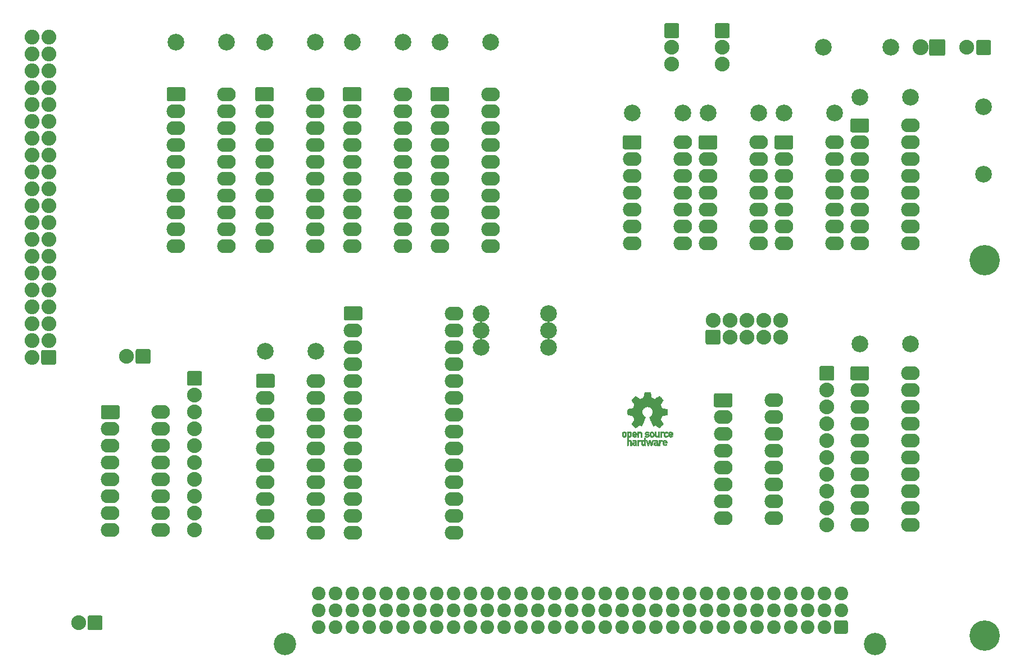
<source format=gts>
%TF.GenerationSoftware,KiCad,Pcbnew,(5.1.12)-1*%
%TF.CreationDate,2022-05-27T21:25:41+02:00*%
%TF.ProjectId,EC1834-XT-IDE,45433138-3334-42d5-9854-2d4944452e6b,4b*%
%TF.SameCoordinates,Original*%
%TF.FileFunction,Soldermask,Top*%
%TF.FilePolarity,Negative*%
%FSLAX46Y46*%
G04 Gerber Fmt 4.6, Leading zero omitted, Abs format (unit mm)*
G04 Created by KiCad (PCBNEW (5.1.12)-1) date 2022-05-27 21:25:41*
%MOMM*%
%LPD*%
G01*
G04 APERTURE LIST*
%ADD10C,0.010000*%
%ADD11C,2.058000*%
%ADD12C,3.358000*%
%ADD13O,2.808000X2.108000*%
%ADD14C,2.506980*%
%ADD15C,4.572000*%
%ADD16C,2.235200*%
%ADD17C,2.408000*%
%ADD18O,2.235200X2.235200*%
G04 APERTURE END LIST*
D10*
%TO.C,REF\u002A\u002A\u002A*%
G36*
X136390964Y-104094576D02*
G01*
X136466513Y-104495322D01*
X137024041Y-104725154D01*
X137358465Y-104497748D01*
X137452122Y-104434431D01*
X137536782Y-104377896D01*
X137608495Y-104330727D01*
X137663311Y-104295502D01*
X137697280Y-104274805D01*
X137706530Y-104270342D01*
X137723195Y-104281820D01*
X137758806Y-104313551D01*
X137809371Y-104361483D01*
X137870900Y-104421562D01*
X137939399Y-104489733D01*
X138010879Y-104561945D01*
X138081347Y-104634142D01*
X138146811Y-104702273D01*
X138203280Y-104762283D01*
X138246763Y-104810119D01*
X138273268Y-104841727D01*
X138279605Y-104852305D01*
X138270486Y-104871806D01*
X138244920Y-104914531D01*
X138205597Y-104976298D01*
X138155203Y-105052931D01*
X138096427Y-105140248D01*
X138062368Y-105190052D01*
X138000289Y-105280993D01*
X137945126Y-105363059D01*
X137899554Y-105432163D01*
X137866250Y-105484222D01*
X137847890Y-105515150D01*
X137845131Y-105521650D01*
X137851385Y-105540121D01*
X137868434Y-105583172D01*
X137893703Y-105644749D01*
X137924622Y-105718799D01*
X137958618Y-105799270D01*
X137993118Y-105880107D01*
X138025551Y-105955258D01*
X138053343Y-106018671D01*
X138073923Y-106064293D01*
X138084719Y-106086069D01*
X138085356Y-106086926D01*
X138102307Y-106091084D01*
X138147451Y-106100361D01*
X138216110Y-106113844D01*
X138303602Y-106130621D01*
X138405250Y-106149781D01*
X138464556Y-106160830D01*
X138573172Y-106181510D01*
X138671277Y-106201189D01*
X138753909Y-106218789D01*
X138816104Y-106233233D01*
X138852899Y-106243446D01*
X138860296Y-106246686D01*
X138867540Y-106268617D01*
X138873385Y-106318147D01*
X138877835Y-106389485D01*
X138880893Y-106476839D01*
X138882565Y-106574417D01*
X138882853Y-106676426D01*
X138881761Y-106777075D01*
X138879294Y-106870572D01*
X138875456Y-106951125D01*
X138870250Y-107012942D01*
X138863681Y-107050230D01*
X138859741Y-107057993D01*
X138836188Y-107067298D01*
X138786282Y-107080600D01*
X138716623Y-107096337D01*
X138633813Y-107112946D01*
X138604905Y-107118319D01*
X138465531Y-107143848D01*
X138355436Y-107164408D01*
X138270982Y-107180815D01*
X138208530Y-107193887D01*
X138164444Y-107204441D01*
X138135085Y-107213294D01*
X138116815Y-107221263D01*
X138105998Y-107229165D01*
X138104485Y-107230727D01*
X138089377Y-107255886D01*
X138066329Y-107304850D01*
X138037644Y-107371621D01*
X138005622Y-107450205D01*
X137972565Y-107534607D01*
X137940773Y-107618830D01*
X137912549Y-107696879D01*
X137890193Y-107762759D01*
X137876007Y-107810473D01*
X137872293Y-107834027D01*
X137872602Y-107834852D01*
X137885189Y-107854104D01*
X137913744Y-107896463D01*
X137955267Y-107957521D01*
X138006756Y-108032868D01*
X138065211Y-108118096D01*
X138081858Y-108142315D01*
X138141215Y-108230123D01*
X138193447Y-108310238D01*
X138235708Y-108378062D01*
X138265153Y-108428993D01*
X138278937Y-108458431D01*
X138279605Y-108462048D01*
X138268024Y-108481057D01*
X138236024Y-108518714D01*
X138187718Y-108570973D01*
X138127220Y-108633786D01*
X138058644Y-108703106D01*
X137986104Y-108774885D01*
X137913712Y-108845077D01*
X137845584Y-108909635D01*
X137785832Y-108964510D01*
X137738571Y-109005656D01*
X137707913Y-109029026D01*
X137699432Y-109032842D01*
X137679691Y-109023855D01*
X137639274Y-108999616D01*
X137584763Y-108964209D01*
X137542823Y-108935711D01*
X137466829Y-108883418D01*
X137376834Y-108821845D01*
X137286564Y-108760370D01*
X137238032Y-108727469D01*
X137073762Y-108616359D01*
X136935869Y-108690916D01*
X136873049Y-108723578D01*
X136819629Y-108748966D01*
X136783484Y-108763446D01*
X136774284Y-108765460D01*
X136763221Y-108750584D01*
X136741394Y-108708547D01*
X136710434Y-108643227D01*
X136671970Y-108558500D01*
X136627632Y-108458245D01*
X136579047Y-108346339D01*
X136527846Y-108226659D01*
X136475659Y-108103084D01*
X136424113Y-107979491D01*
X136374840Y-107859757D01*
X136329467Y-107747759D01*
X136289625Y-107647377D01*
X136256942Y-107562486D01*
X136233049Y-107496965D01*
X136219574Y-107454690D01*
X136217406Y-107440172D01*
X136234583Y-107421653D01*
X136272190Y-107391590D01*
X136322366Y-107356232D01*
X136326578Y-107353434D01*
X136456264Y-107249625D01*
X136560834Y-107128515D01*
X136639381Y-106993976D01*
X136690999Y-106849882D01*
X136714782Y-106700105D01*
X136709823Y-106548517D01*
X136675217Y-106398992D01*
X136610057Y-106255400D01*
X136590886Y-106223984D01*
X136491174Y-106097125D01*
X136373377Y-105995255D01*
X136241571Y-105918904D01*
X136099833Y-105868602D01*
X135952242Y-105844879D01*
X135802873Y-105848265D01*
X135655803Y-105879288D01*
X135515111Y-105938480D01*
X135384873Y-106026369D01*
X135344586Y-106062042D01*
X135242055Y-106173706D01*
X135167341Y-106291257D01*
X135116090Y-106423020D01*
X135087546Y-106553507D01*
X135080500Y-106700216D01*
X135103996Y-106847653D01*
X135155649Y-106990834D01*
X135233071Y-107124777D01*
X135333875Y-107244498D01*
X135455676Y-107345014D01*
X135471684Y-107355609D01*
X135522398Y-107390306D01*
X135560950Y-107420370D01*
X135579381Y-107439565D01*
X135579649Y-107440172D01*
X135575692Y-107460936D01*
X135560007Y-107508062D01*
X135534222Y-107577673D01*
X135499969Y-107665893D01*
X135458877Y-107768844D01*
X135412576Y-107882650D01*
X135362696Y-108003435D01*
X135310867Y-108127321D01*
X135258719Y-108250432D01*
X135207882Y-108368891D01*
X135159987Y-108478823D01*
X135116662Y-108576349D01*
X135079538Y-108657593D01*
X135050244Y-108718679D01*
X135030412Y-108755730D01*
X135022426Y-108765460D01*
X134998021Y-108757883D01*
X134952358Y-108737560D01*
X134893310Y-108708125D01*
X134860840Y-108690916D01*
X134722947Y-108616359D01*
X134558677Y-108727469D01*
X134474821Y-108784390D01*
X134383013Y-108847030D01*
X134296980Y-108906011D01*
X134253887Y-108935711D01*
X134193277Y-108976410D01*
X134141955Y-109008663D01*
X134106615Y-109028384D01*
X134095137Y-109032554D01*
X134078430Y-109021307D01*
X134041454Y-108989911D01*
X133987795Y-108941624D01*
X133921038Y-108879708D01*
X133844766Y-108807421D01*
X133796527Y-108761008D01*
X133712133Y-108678087D01*
X133639197Y-108603920D01*
X133580669Y-108541680D01*
X133539497Y-108494541D01*
X133518628Y-108465673D01*
X133516626Y-108459815D01*
X133525917Y-108437532D01*
X133551591Y-108392477D01*
X133590800Y-108329211D01*
X133640697Y-108252295D01*
X133698433Y-108166292D01*
X133714851Y-108142315D01*
X133774677Y-108055170D01*
X133828350Y-107976710D01*
X133872870Y-107911345D01*
X133905235Y-107863484D01*
X133922445Y-107837535D01*
X133924107Y-107834852D01*
X133921621Y-107814172D01*
X133908423Y-107768704D01*
X133886814Y-107704444D01*
X133859096Y-107627387D01*
X133827570Y-107543529D01*
X133794537Y-107458866D01*
X133762299Y-107379392D01*
X133733157Y-107311104D01*
X133709412Y-107259997D01*
X133693365Y-107232067D01*
X133692225Y-107230727D01*
X133682412Y-107222745D01*
X133665839Y-107214851D01*
X133638868Y-107206229D01*
X133597861Y-107196062D01*
X133539180Y-107183531D01*
X133459187Y-107167821D01*
X133354245Y-107148113D01*
X133220715Y-107123592D01*
X133191804Y-107118319D01*
X133106118Y-107101764D01*
X133031418Y-107085569D01*
X132974306Y-107071296D01*
X132941383Y-107060508D01*
X132936969Y-107057993D01*
X132929694Y-107035696D01*
X132923781Y-106985869D01*
X132919234Y-106914304D01*
X132916055Y-106826793D01*
X132914251Y-106729128D01*
X132913823Y-106627101D01*
X132914777Y-106526503D01*
X132917116Y-106433127D01*
X132920844Y-106352765D01*
X132925966Y-106291209D01*
X132932484Y-106254250D01*
X132936414Y-106246686D01*
X132958292Y-106239056D01*
X133008109Y-106226642D01*
X133080903Y-106210522D01*
X133171711Y-106191773D01*
X133275569Y-106171471D01*
X133332154Y-106160830D01*
X133439514Y-106140760D01*
X133535254Y-106122580D01*
X133614694Y-106107199D01*
X133673154Y-106095531D01*
X133705955Y-106088488D01*
X133711354Y-106086926D01*
X133720478Y-106069322D01*
X133739765Y-106026918D01*
X133766645Y-105965772D01*
X133798546Y-105891943D01*
X133832898Y-105811489D01*
X133867129Y-105730468D01*
X133898669Y-105654937D01*
X133924946Y-105590955D01*
X133943389Y-105544580D01*
X133951429Y-105521869D01*
X133951578Y-105520876D01*
X133942465Y-105502961D01*
X133916914Y-105461733D01*
X133877612Y-105401291D01*
X133827243Y-105325731D01*
X133768494Y-105239152D01*
X133734342Y-105189421D01*
X133672110Y-105098236D01*
X133616836Y-105015449D01*
X133571218Y-104945249D01*
X133537952Y-104891824D01*
X133519736Y-104859361D01*
X133517105Y-104852083D01*
X133528414Y-104835145D01*
X133559681Y-104798978D01*
X133606910Y-104747635D01*
X133666108Y-104685167D01*
X133733281Y-104615626D01*
X133804434Y-104543065D01*
X133875574Y-104471535D01*
X133942707Y-104405087D01*
X134001839Y-104347774D01*
X134048975Y-104303647D01*
X134080123Y-104276759D01*
X134090543Y-104270342D01*
X134107509Y-104279365D01*
X134148089Y-104304715D01*
X134208337Y-104343810D01*
X134284307Y-104394071D01*
X134372054Y-104452917D01*
X134438244Y-104497748D01*
X134772668Y-104725154D01*
X135051433Y-104610238D01*
X135330197Y-104495322D01*
X135405746Y-104094576D01*
X135481294Y-103693829D01*
X136315415Y-103693829D01*
X136390964Y-104094576D01*
G37*
X136390964Y-104094576D02*
X136466513Y-104495322D01*
X137024041Y-104725154D01*
X137358465Y-104497748D01*
X137452122Y-104434431D01*
X137536782Y-104377896D01*
X137608495Y-104330727D01*
X137663311Y-104295502D01*
X137697280Y-104274805D01*
X137706530Y-104270342D01*
X137723195Y-104281820D01*
X137758806Y-104313551D01*
X137809371Y-104361483D01*
X137870900Y-104421562D01*
X137939399Y-104489733D01*
X138010879Y-104561945D01*
X138081347Y-104634142D01*
X138146811Y-104702273D01*
X138203280Y-104762283D01*
X138246763Y-104810119D01*
X138273268Y-104841727D01*
X138279605Y-104852305D01*
X138270486Y-104871806D01*
X138244920Y-104914531D01*
X138205597Y-104976298D01*
X138155203Y-105052931D01*
X138096427Y-105140248D01*
X138062368Y-105190052D01*
X138000289Y-105280993D01*
X137945126Y-105363059D01*
X137899554Y-105432163D01*
X137866250Y-105484222D01*
X137847890Y-105515150D01*
X137845131Y-105521650D01*
X137851385Y-105540121D01*
X137868434Y-105583172D01*
X137893703Y-105644749D01*
X137924622Y-105718799D01*
X137958618Y-105799270D01*
X137993118Y-105880107D01*
X138025551Y-105955258D01*
X138053343Y-106018671D01*
X138073923Y-106064293D01*
X138084719Y-106086069D01*
X138085356Y-106086926D01*
X138102307Y-106091084D01*
X138147451Y-106100361D01*
X138216110Y-106113844D01*
X138303602Y-106130621D01*
X138405250Y-106149781D01*
X138464556Y-106160830D01*
X138573172Y-106181510D01*
X138671277Y-106201189D01*
X138753909Y-106218789D01*
X138816104Y-106233233D01*
X138852899Y-106243446D01*
X138860296Y-106246686D01*
X138867540Y-106268617D01*
X138873385Y-106318147D01*
X138877835Y-106389485D01*
X138880893Y-106476839D01*
X138882565Y-106574417D01*
X138882853Y-106676426D01*
X138881761Y-106777075D01*
X138879294Y-106870572D01*
X138875456Y-106951125D01*
X138870250Y-107012942D01*
X138863681Y-107050230D01*
X138859741Y-107057993D01*
X138836188Y-107067298D01*
X138786282Y-107080600D01*
X138716623Y-107096337D01*
X138633813Y-107112946D01*
X138604905Y-107118319D01*
X138465531Y-107143848D01*
X138355436Y-107164408D01*
X138270982Y-107180815D01*
X138208530Y-107193887D01*
X138164444Y-107204441D01*
X138135085Y-107213294D01*
X138116815Y-107221263D01*
X138105998Y-107229165D01*
X138104485Y-107230727D01*
X138089377Y-107255886D01*
X138066329Y-107304850D01*
X138037644Y-107371621D01*
X138005622Y-107450205D01*
X137972565Y-107534607D01*
X137940773Y-107618830D01*
X137912549Y-107696879D01*
X137890193Y-107762759D01*
X137876007Y-107810473D01*
X137872293Y-107834027D01*
X137872602Y-107834852D01*
X137885189Y-107854104D01*
X137913744Y-107896463D01*
X137955267Y-107957521D01*
X138006756Y-108032868D01*
X138065211Y-108118096D01*
X138081858Y-108142315D01*
X138141215Y-108230123D01*
X138193447Y-108310238D01*
X138235708Y-108378062D01*
X138265153Y-108428993D01*
X138278937Y-108458431D01*
X138279605Y-108462048D01*
X138268024Y-108481057D01*
X138236024Y-108518714D01*
X138187718Y-108570973D01*
X138127220Y-108633786D01*
X138058644Y-108703106D01*
X137986104Y-108774885D01*
X137913712Y-108845077D01*
X137845584Y-108909635D01*
X137785832Y-108964510D01*
X137738571Y-109005656D01*
X137707913Y-109029026D01*
X137699432Y-109032842D01*
X137679691Y-109023855D01*
X137639274Y-108999616D01*
X137584763Y-108964209D01*
X137542823Y-108935711D01*
X137466829Y-108883418D01*
X137376834Y-108821845D01*
X137286564Y-108760370D01*
X137238032Y-108727469D01*
X137073762Y-108616359D01*
X136935869Y-108690916D01*
X136873049Y-108723578D01*
X136819629Y-108748966D01*
X136783484Y-108763446D01*
X136774284Y-108765460D01*
X136763221Y-108750584D01*
X136741394Y-108708547D01*
X136710434Y-108643227D01*
X136671970Y-108558500D01*
X136627632Y-108458245D01*
X136579047Y-108346339D01*
X136527846Y-108226659D01*
X136475659Y-108103084D01*
X136424113Y-107979491D01*
X136374840Y-107859757D01*
X136329467Y-107747759D01*
X136289625Y-107647377D01*
X136256942Y-107562486D01*
X136233049Y-107496965D01*
X136219574Y-107454690D01*
X136217406Y-107440172D01*
X136234583Y-107421653D01*
X136272190Y-107391590D01*
X136322366Y-107356232D01*
X136326578Y-107353434D01*
X136456264Y-107249625D01*
X136560834Y-107128515D01*
X136639381Y-106993976D01*
X136690999Y-106849882D01*
X136714782Y-106700105D01*
X136709823Y-106548517D01*
X136675217Y-106398992D01*
X136610057Y-106255400D01*
X136590886Y-106223984D01*
X136491174Y-106097125D01*
X136373377Y-105995255D01*
X136241571Y-105918904D01*
X136099833Y-105868602D01*
X135952242Y-105844879D01*
X135802873Y-105848265D01*
X135655803Y-105879288D01*
X135515111Y-105938480D01*
X135384873Y-106026369D01*
X135344586Y-106062042D01*
X135242055Y-106173706D01*
X135167341Y-106291257D01*
X135116090Y-106423020D01*
X135087546Y-106553507D01*
X135080500Y-106700216D01*
X135103996Y-106847653D01*
X135155649Y-106990834D01*
X135233071Y-107124777D01*
X135333875Y-107244498D01*
X135455676Y-107345014D01*
X135471684Y-107355609D01*
X135522398Y-107390306D01*
X135560950Y-107420370D01*
X135579381Y-107439565D01*
X135579649Y-107440172D01*
X135575692Y-107460936D01*
X135560007Y-107508062D01*
X135534222Y-107577673D01*
X135499969Y-107665893D01*
X135458877Y-107768844D01*
X135412576Y-107882650D01*
X135362696Y-108003435D01*
X135310867Y-108127321D01*
X135258719Y-108250432D01*
X135207882Y-108368891D01*
X135159987Y-108478823D01*
X135116662Y-108576349D01*
X135079538Y-108657593D01*
X135050244Y-108718679D01*
X135030412Y-108755730D01*
X135022426Y-108765460D01*
X134998021Y-108757883D01*
X134952358Y-108737560D01*
X134893310Y-108708125D01*
X134860840Y-108690916D01*
X134722947Y-108616359D01*
X134558677Y-108727469D01*
X134474821Y-108784390D01*
X134383013Y-108847030D01*
X134296980Y-108906011D01*
X134253887Y-108935711D01*
X134193277Y-108976410D01*
X134141955Y-109008663D01*
X134106615Y-109028384D01*
X134095137Y-109032554D01*
X134078430Y-109021307D01*
X134041454Y-108989911D01*
X133987795Y-108941624D01*
X133921038Y-108879708D01*
X133844766Y-108807421D01*
X133796527Y-108761008D01*
X133712133Y-108678087D01*
X133639197Y-108603920D01*
X133580669Y-108541680D01*
X133539497Y-108494541D01*
X133518628Y-108465673D01*
X133516626Y-108459815D01*
X133525917Y-108437532D01*
X133551591Y-108392477D01*
X133590800Y-108329211D01*
X133640697Y-108252295D01*
X133698433Y-108166292D01*
X133714851Y-108142315D01*
X133774677Y-108055170D01*
X133828350Y-107976710D01*
X133872870Y-107911345D01*
X133905235Y-107863484D01*
X133922445Y-107837535D01*
X133924107Y-107834852D01*
X133921621Y-107814172D01*
X133908423Y-107768704D01*
X133886814Y-107704444D01*
X133859096Y-107627387D01*
X133827570Y-107543529D01*
X133794537Y-107458866D01*
X133762299Y-107379392D01*
X133733157Y-107311104D01*
X133709412Y-107259997D01*
X133693365Y-107232067D01*
X133692225Y-107230727D01*
X133682412Y-107222745D01*
X133665839Y-107214851D01*
X133638868Y-107206229D01*
X133597861Y-107196062D01*
X133539180Y-107183531D01*
X133459187Y-107167821D01*
X133354245Y-107148113D01*
X133220715Y-107123592D01*
X133191804Y-107118319D01*
X133106118Y-107101764D01*
X133031418Y-107085569D01*
X132974306Y-107071296D01*
X132941383Y-107060508D01*
X132936969Y-107057993D01*
X132929694Y-107035696D01*
X132923781Y-106985869D01*
X132919234Y-106914304D01*
X132916055Y-106826793D01*
X132914251Y-106729128D01*
X132913823Y-106627101D01*
X132914777Y-106526503D01*
X132917116Y-106433127D01*
X132920844Y-106352765D01*
X132925966Y-106291209D01*
X132932484Y-106254250D01*
X132936414Y-106246686D01*
X132958292Y-106239056D01*
X133008109Y-106226642D01*
X133080903Y-106210522D01*
X133171711Y-106191773D01*
X133275569Y-106171471D01*
X133332154Y-106160830D01*
X133439514Y-106140760D01*
X133535254Y-106122580D01*
X133614694Y-106107199D01*
X133673154Y-106095531D01*
X133705955Y-106088488D01*
X133711354Y-106086926D01*
X133720478Y-106069322D01*
X133739765Y-106026918D01*
X133766645Y-105965772D01*
X133798546Y-105891943D01*
X133832898Y-105811489D01*
X133867129Y-105730468D01*
X133898669Y-105654937D01*
X133924946Y-105590955D01*
X133943389Y-105544580D01*
X133951429Y-105521869D01*
X133951578Y-105520876D01*
X133942465Y-105502961D01*
X133916914Y-105461733D01*
X133877612Y-105401291D01*
X133827243Y-105325731D01*
X133768494Y-105239152D01*
X133734342Y-105189421D01*
X133672110Y-105098236D01*
X133616836Y-105015449D01*
X133571218Y-104945249D01*
X133537952Y-104891824D01*
X133519736Y-104859361D01*
X133517105Y-104852083D01*
X133528414Y-104835145D01*
X133559681Y-104798978D01*
X133606910Y-104747635D01*
X133666108Y-104685167D01*
X133733281Y-104615626D01*
X133804434Y-104543065D01*
X133875574Y-104471535D01*
X133942707Y-104405087D01*
X134001839Y-104347774D01*
X134048975Y-104303647D01*
X134080123Y-104276759D01*
X134090543Y-104270342D01*
X134107509Y-104279365D01*
X134148089Y-104304715D01*
X134208337Y-104343810D01*
X134284307Y-104394071D01*
X134372054Y-104452917D01*
X134438244Y-104497748D01*
X134772668Y-104725154D01*
X135051433Y-104610238D01*
X135330197Y-104495322D01*
X135405746Y-104094576D01*
X135481294Y-103693829D01*
X136315415Y-103693829D01*
X136390964Y-104094576D01*
G36*
X138281388Y-109633645D02*
G01*
X138338865Y-109651206D01*
X138375872Y-109673395D01*
X138387927Y-109690942D01*
X138384609Y-109711742D01*
X138363079Y-109744419D01*
X138344874Y-109767562D01*
X138307344Y-109809402D01*
X138279148Y-109827005D01*
X138255111Y-109825856D01*
X138183808Y-109807710D01*
X138131442Y-109808534D01*
X138088918Y-109829098D01*
X138074642Y-109841134D01*
X138028947Y-109883483D01*
X138028947Y-110436526D01*
X137845131Y-110436526D01*
X137845131Y-109634421D01*
X137937039Y-109634421D01*
X137992219Y-109636603D01*
X138020688Y-109644351D01*
X138028943Y-109659468D01*
X138028947Y-109659916D01*
X138032845Y-109675749D01*
X138050474Y-109673684D01*
X138074901Y-109662261D01*
X138125350Y-109641005D01*
X138166316Y-109628216D01*
X138219028Y-109624938D01*
X138281388Y-109633645D01*
G37*
X138281388Y-109633645D02*
X138338865Y-109651206D01*
X138375872Y-109673395D01*
X138387927Y-109690942D01*
X138384609Y-109711742D01*
X138363079Y-109744419D01*
X138344874Y-109767562D01*
X138307344Y-109809402D01*
X138279148Y-109827005D01*
X138255111Y-109825856D01*
X138183808Y-109807710D01*
X138131442Y-109808534D01*
X138088918Y-109829098D01*
X138074642Y-109841134D01*
X138028947Y-109883483D01*
X138028947Y-110436526D01*
X137845131Y-110436526D01*
X137845131Y-109634421D01*
X137937039Y-109634421D01*
X137992219Y-109636603D01*
X138020688Y-109644351D01*
X138028943Y-109659468D01*
X138028947Y-109659916D01*
X138032845Y-109675749D01*
X138050474Y-109673684D01*
X138074901Y-109662261D01*
X138125350Y-109641005D01*
X138166316Y-109628216D01*
X138219028Y-109624938D01*
X138281388Y-109633645D01*
G36*
X134887957Y-109648226D02*
G01*
X134929546Y-109668090D01*
X134969825Y-109696784D01*
X135000510Y-109729809D01*
X135022861Y-109771931D01*
X135038136Y-109827915D01*
X135047592Y-109902528D01*
X135052487Y-110000535D01*
X135054081Y-110126702D01*
X135054106Y-110139914D01*
X135054473Y-110436526D01*
X134870657Y-110436526D01*
X134870657Y-110163081D01*
X134870527Y-110061777D01*
X134869621Y-109988353D01*
X134867173Y-109937271D01*
X134862414Y-109902990D01*
X134854574Y-109879971D01*
X134842885Y-109862673D01*
X134826602Y-109845581D01*
X134769634Y-109808857D01*
X134707445Y-109802042D01*
X134648199Y-109825261D01*
X134627595Y-109842543D01*
X134612470Y-109858791D01*
X134601610Y-109876191D01*
X134594310Y-109900212D01*
X134589863Y-109936322D01*
X134587564Y-109989988D01*
X134586704Y-110066680D01*
X134586578Y-110160043D01*
X134586578Y-110436526D01*
X134402763Y-110436526D01*
X134402763Y-109634421D01*
X134494671Y-109634421D01*
X134549851Y-109636603D01*
X134578320Y-109644351D01*
X134586575Y-109659468D01*
X134586578Y-109659916D01*
X134590408Y-109674720D01*
X134607301Y-109673040D01*
X134640888Y-109656773D01*
X134717063Y-109632840D01*
X134804200Y-109630178D01*
X134887957Y-109648226D01*
G37*
X134887957Y-109648226D02*
X134929546Y-109668090D01*
X134969825Y-109696784D01*
X135000510Y-109729809D01*
X135022861Y-109771931D01*
X135038136Y-109827915D01*
X135047592Y-109902528D01*
X135052487Y-110000535D01*
X135054081Y-110126702D01*
X135054106Y-110139914D01*
X135054473Y-110436526D01*
X134870657Y-110436526D01*
X134870657Y-110163081D01*
X134870527Y-110061777D01*
X134869621Y-109988353D01*
X134867173Y-109937271D01*
X134862414Y-109902990D01*
X134854574Y-109879971D01*
X134842885Y-109862673D01*
X134826602Y-109845581D01*
X134769634Y-109808857D01*
X134707445Y-109802042D01*
X134648199Y-109825261D01*
X134627595Y-109842543D01*
X134612470Y-109858791D01*
X134601610Y-109876191D01*
X134594310Y-109900212D01*
X134589863Y-109936322D01*
X134587564Y-109989988D01*
X134586704Y-110066680D01*
X134586578Y-110160043D01*
X134586578Y-110436526D01*
X134402763Y-110436526D01*
X134402763Y-109634421D01*
X134494671Y-109634421D01*
X134549851Y-109636603D01*
X134578320Y-109644351D01*
X134586575Y-109659468D01*
X134586578Y-109659916D01*
X134590408Y-109674720D01*
X134607301Y-109673040D01*
X134640888Y-109656773D01*
X134717063Y-109632840D01*
X134804200Y-109630178D01*
X134887957Y-109648226D01*
G36*
X139448784Y-109631554D02*
G01*
X139491574Y-109641949D01*
X139573609Y-109680013D01*
X139643757Y-109738149D01*
X139692305Y-109807852D01*
X139698975Y-109823502D01*
X139708124Y-109864496D01*
X139714529Y-109925138D01*
X139716710Y-109986430D01*
X139716710Y-110102316D01*
X139474407Y-110102316D01*
X139374471Y-110102693D01*
X139304069Y-110104987D01*
X139259313Y-110110938D01*
X139236315Y-110122285D01*
X139231189Y-110140771D01*
X139240048Y-110168136D01*
X139255917Y-110200155D01*
X139300184Y-110253592D01*
X139361699Y-110280215D01*
X139436885Y-110279347D01*
X139522053Y-110250371D01*
X139595659Y-110214611D01*
X139656734Y-110262904D01*
X139717810Y-110311197D01*
X139660351Y-110364285D01*
X139583641Y-110414445D01*
X139489302Y-110444688D01*
X139387827Y-110453151D01*
X139289711Y-110437974D01*
X139273881Y-110432824D01*
X139187647Y-110387791D01*
X139123501Y-110320652D01*
X139080091Y-110229405D01*
X139056064Y-110112044D01*
X139055784Y-110109529D01*
X139053633Y-109981627D01*
X139062329Y-109935997D01*
X139232105Y-109935997D01*
X139247697Y-109943013D01*
X139290029Y-109948388D01*
X139352434Y-109951457D01*
X139391981Y-109951921D01*
X139465728Y-109951630D01*
X139511840Y-109949783D01*
X139536100Y-109944912D01*
X139544294Y-109935555D01*
X139542206Y-109920245D01*
X139540455Y-109914322D01*
X139510560Y-109858668D01*
X139463542Y-109813815D01*
X139422049Y-109794105D01*
X139366926Y-109795295D01*
X139311068Y-109819875D01*
X139264212Y-109860570D01*
X139236094Y-109910108D01*
X139232105Y-109935997D01*
X139062329Y-109935997D01*
X139075074Y-109869133D01*
X139117611Y-109774727D01*
X139178747Y-109701088D01*
X139255985Y-109650893D01*
X139346830Y-109626822D01*
X139448784Y-109631554D01*
G37*
X139448784Y-109631554D02*
X139491574Y-109641949D01*
X139573609Y-109680013D01*
X139643757Y-109738149D01*
X139692305Y-109807852D01*
X139698975Y-109823502D01*
X139708124Y-109864496D01*
X139714529Y-109925138D01*
X139716710Y-109986430D01*
X139716710Y-110102316D01*
X139474407Y-110102316D01*
X139374471Y-110102693D01*
X139304069Y-110104987D01*
X139259313Y-110110938D01*
X139236315Y-110122285D01*
X139231189Y-110140771D01*
X139240048Y-110168136D01*
X139255917Y-110200155D01*
X139300184Y-110253592D01*
X139361699Y-110280215D01*
X139436885Y-110279347D01*
X139522053Y-110250371D01*
X139595659Y-110214611D01*
X139656734Y-110262904D01*
X139717810Y-110311197D01*
X139660351Y-110364285D01*
X139583641Y-110414445D01*
X139489302Y-110444688D01*
X139387827Y-110453151D01*
X139289711Y-110437974D01*
X139273881Y-110432824D01*
X139187647Y-110387791D01*
X139123501Y-110320652D01*
X139080091Y-110229405D01*
X139056064Y-110112044D01*
X139055784Y-110109529D01*
X139053633Y-109981627D01*
X139062329Y-109935997D01*
X139232105Y-109935997D01*
X139247697Y-109943013D01*
X139290029Y-109948388D01*
X139352434Y-109951457D01*
X139391981Y-109951921D01*
X139465728Y-109951630D01*
X139511840Y-109949783D01*
X139536100Y-109944912D01*
X139544294Y-109935555D01*
X139542206Y-109920245D01*
X139540455Y-109914322D01*
X139510560Y-109858668D01*
X139463542Y-109813815D01*
X139422049Y-109794105D01*
X139366926Y-109795295D01*
X139311068Y-109819875D01*
X139264212Y-109860570D01*
X139236094Y-109910108D01*
X139232105Y-109935997D01*
X139062329Y-109935997D01*
X139075074Y-109869133D01*
X139117611Y-109774727D01*
X139178747Y-109701088D01*
X139255985Y-109650893D01*
X139346830Y-109626822D01*
X139448784Y-109631554D01*
G36*
X138836576Y-109641419D02*
G01*
X138933395Y-109682549D01*
X138963890Y-109702571D01*
X139002865Y-109733340D01*
X139027331Y-109757533D01*
X139031578Y-109765413D01*
X139019584Y-109782899D01*
X138988887Y-109812570D01*
X138964312Y-109833279D01*
X138897046Y-109887336D01*
X138843930Y-109842642D01*
X138802884Y-109813789D01*
X138762863Y-109803829D01*
X138717059Y-109806261D01*
X138644324Y-109824345D01*
X138594256Y-109861881D01*
X138563829Y-109922562D01*
X138550017Y-110010081D01*
X138550013Y-110010136D01*
X138551208Y-110107958D01*
X138569772Y-110179730D01*
X138606804Y-110228595D01*
X138632050Y-110245143D01*
X138699097Y-110265749D01*
X138770709Y-110265762D01*
X138833015Y-110245768D01*
X138847763Y-110236000D01*
X138884750Y-110211047D01*
X138913668Y-110206958D01*
X138944856Y-110225530D01*
X138979336Y-110258887D01*
X139033912Y-110315196D01*
X138973318Y-110365142D01*
X138879698Y-110421513D01*
X138774125Y-110449293D01*
X138663798Y-110447282D01*
X138591343Y-110428862D01*
X138506656Y-110383310D01*
X138438927Y-110311650D01*
X138408157Y-110261066D01*
X138383236Y-110188488D01*
X138370766Y-110096569D01*
X138370670Y-109996948D01*
X138382870Y-109901267D01*
X138407290Y-109821169D01*
X138411136Y-109812956D01*
X138468093Y-109732413D01*
X138545209Y-109673771D01*
X138636390Y-109638247D01*
X138735543Y-109627057D01*
X138836576Y-109641419D01*
G37*
X138836576Y-109641419D02*
X138933395Y-109682549D01*
X138963890Y-109702571D01*
X139002865Y-109733340D01*
X139027331Y-109757533D01*
X139031578Y-109765413D01*
X139019584Y-109782899D01*
X138988887Y-109812570D01*
X138964312Y-109833279D01*
X138897046Y-109887336D01*
X138843930Y-109842642D01*
X138802884Y-109813789D01*
X138762863Y-109803829D01*
X138717059Y-109806261D01*
X138644324Y-109824345D01*
X138594256Y-109861881D01*
X138563829Y-109922562D01*
X138550017Y-110010081D01*
X138550013Y-110010136D01*
X138551208Y-110107958D01*
X138569772Y-110179730D01*
X138606804Y-110228595D01*
X138632050Y-110245143D01*
X138699097Y-110265749D01*
X138770709Y-110265762D01*
X138833015Y-110245768D01*
X138847763Y-110236000D01*
X138884750Y-110211047D01*
X138913668Y-110206958D01*
X138944856Y-110225530D01*
X138979336Y-110258887D01*
X139033912Y-110315196D01*
X138973318Y-110365142D01*
X138879698Y-110421513D01*
X138774125Y-110449293D01*
X138663798Y-110447282D01*
X138591343Y-110428862D01*
X138506656Y-110383310D01*
X138438927Y-110311650D01*
X138408157Y-110261066D01*
X138383236Y-110188488D01*
X138370766Y-110096569D01*
X138370670Y-109996948D01*
X138382870Y-109901267D01*
X138407290Y-109821169D01*
X138411136Y-109812956D01*
X138468093Y-109732413D01*
X138545209Y-109673771D01*
X138636390Y-109638247D01*
X138735543Y-109627057D01*
X138836576Y-109641419D01*
G36*
X137210131Y-109894533D02*
G01*
X137211710Y-110017089D01*
X137217481Y-110110179D01*
X137228991Y-110177651D01*
X137247790Y-110223355D01*
X137275426Y-110251139D01*
X137313448Y-110264854D01*
X137360526Y-110268358D01*
X137409832Y-110264432D01*
X137447283Y-110250089D01*
X137474428Y-110221478D01*
X137492815Y-110174751D01*
X137503993Y-110106058D01*
X137509511Y-110011550D01*
X137510921Y-109894533D01*
X137510921Y-109634421D01*
X137694736Y-109634421D01*
X137694736Y-110436526D01*
X137602828Y-110436526D01*
X137547422Y-110434281D01*
X137518891Y-110426396D01*
X137510921Y-110411428D01*
X137506120Y-110398097D01*
X137487014Y-110400917D01*
X137448504Y-110419783D01*
X137360239Y-110448887D01*
X137266623Y-110446825D01*
X137176921Y-110415221D01*
X137134204Y-110390257D01*
X137101621Y-110363226D01*
X137077817Y-110329405D01*
X137061439Y-110284068D01*
X137051131Y-110222489D01*
X137045541Y-110139943D01*
X137043312Y-110031705D01*
X137043026Y-109948004D01*
X137043026Y-109634421D01*
X137210131Y-109634421D01*
X137210131Y-109894533D01*
G37*
X137210131Y-109894533D02*
X137211710Y-110017089D01*
X137217481Y-110110179D01*
X137228991Y-110177651D01*
X137247790Y-110223355D01*
X137275426Y-110251139D01*
X137313448Y-110264854D01*
X137360526Y-110268358D01*
X137409832Y-110264432D01*
X137447283Y-110250089D01*
X137474428Y-110221478D01*
X137492815Y-110174751D01*
X137503993Y-110106058D01*
X137509511Y-110011550D01*
X137510921Y-109894533D01*
X137510921Y-109634421D01*
X137694736Y-109634421D01*
X137694736Y-110436526D01*
X137602828Y-110436526D01*
X137547422Y-110434281D01*
X137518891Y-110426396D01*
X137510921Y-110411428D01*
X137506120Y-110398097D01*
X137487014Y-110400917D01*
X137448504Y-110419783D01*
X137360239Y-110448887D01*
X137266623Y-110446825D01*
X137176921Y-110415221D01*
X137134204Y-110390257D01*
X137101621Y-110363226D01*
X137077817Y-110329405D01*
X137061439Y-110284068D01*
X137051131Y-110222489D01*
X137045541Y-110139943D01*
X137043312Y-110031705D01*
X137043026Y-109948004D01*
X137043026Y-109634421D01*
X137210131Y-109634421D01*
X137210131Y-109894533D01*
G36*
X136701669Y-109644310D02*
G01*
X136786192Y-109690340D01*
X136852321Y-109763006D01*
X136883478Y-109822106D01*
X136896855Y-109874305D01*
X136905522Y-109948719D01*
X136909237Y-110034442D01*
X136907754Y-110120569D01*
X136900831Y-110196193D01*
X136892745Y-110236584D01*
X136865465Y-110291840D01*
X136818220Y-110350530D01*
X136761282Y-110401852D01*
X136704924Y-110435005D01*
X136703550Y-110435531D01*
X136633616Y-110450018D01*
X136550737Y-110450377D01*
X136471977Y-110437188D01*
X136441566Y-110426617D01*
X136363239Y-110382201D01*
X136307143Y-110324007D01*
X136270286Y-110246965D01*
X136249680Y-110146001D01*
X136245018Y-110093116D01*
X136245613Y-110026663D01*
X136424736Y-110026663D01*
X136430770Y-110123630D01*
X136448138Y-110197523D01*
X136475740Y-110244736D01*
X136495404Y-110258237D01*
X136545787Y-110267651D01*
X136605673Y-110264864D01*
X136657449Y-110251316D01*
X136671027Y-110243862D01*
X136706849Y-110200451D01*
X136730493Y-110134014D01*
X136740558Y-110053161D01*
X136735642Y-109966502D01*
X136724655Y-109914349D01*
X136693109Y-109853951D01*
X136643311Y-109816197D01*
X136583337Y-109803143D01*
X136521264Y-109816849D01*
X136473582Y-109850372D01*
X136448525Y-109878031D01*
X136433900Y-109905294D01*
X136426929Y-109942190D01*
X136424833Y-109998750D01*
X136424736Y-110026663D01*
X136245613Y-110026663D01*
X136246282Y-109951994D01*
X136269265Y-109836271D01*
X136313972Y-109745941D01*
X136380405Y-109681000D01*
X136468565Y-109641445D01*
X136487495Y-109636858D01*
X136601266Y-109626090D01*
X136701669Y-109644310D01*
G37*
X136701669Y-109644310D02*
X136786192Y-109690340D01*
X136852321Y-109763006D01*
X136883478Y-109822106D01*
X136896855Y-109874305D01*
X136905522Y-109948719D01*
X136909237Y-110034442D01*
X136907754Y-110120569D01*
X136900831Y-110196193D01*
X136892745Y-110236584D01*
X136865465Y-110291840D01*
X136818220Y-110350530D01*
X136761282Y-110401852D01*
X136704924Y-110435005D01*
X136703550Y-110435531D01*
X136633616Y-110450018D01*
X136550737Y-110450377D01*
X136471977Y-110437188D01*
X136441566Y-110426617D01*
X136363239Y-110382201D01*
X136307143Y-110324007D01*
X136270286Y-110246965D01*
X136249680Y-110146001D01*
X136245018Y-110093116D01*
X136245613Y-110026663D01*
X136424736Y-110026663D01*
X136430770Y-110123630D01*
X136448138Y-110197523D01*
X136475740Y-110244736D01*
X136495404Y-110258237D01*
X136545787Y-110267651D01*
X136605673Y-110264864D01*
X136657449Y-110251316D01*
X136671027Y-110243862D01*
X136706849Y-110200451D01*
X136730493Y-110134014D01*
X136740558Y-110053161D01*
X136735642Y-109966502D01*
X136724655Y-109914349D01*
X136693109Y-109853951D01*
X136643311Y-109816197D01*
X136583337Y-109803143D01*
X136521264Y-109816849D01*
X136473582Y-109850372D01*
X136448525Y-109878031D01*
X136433900Y-109905294D01*
X136426929Y-109942190D01*
X136424833Y-109998750D01*
X136424736Y-110026663D01*
X136245613Y-110026663D01*
X136246282Y-109951994D01*
X136269265Y-109836271D01*
X136313972Y-109745941D01*
X136380405Y-109681000D01*
X136468565Y-109641445D01*
X136487495Y-109636858D01*
X136601266Y-109626090D01*
X136701669Y-109644310D01*
G36*
X135908628Y-109631547D02*
G01*
X135971908Y-109643548D01*
X136037557Y-109668648D01*
X136044572Y-109671848D01*
X136094356Y-109698026D01*
X136128834Y-109722353D01*
X136139978Y-109737937D01*
X136129366Y-109763353D01*
X136103588Y-109800853D01*
X136092146Y-109814852D01*
X136044992Y-109869954D01*
X135984201Y-109834086D01*
X135926347Y-109810192D01*
X135859500Y-109797420D01*
X135795394Y-109796613D01*
X135745764Y-109808615D01*
X135733854Y-109816105D01*
X135711172Y-109850450D01*
X135708416Y-109890013D01*
X135725388Y-109920920D01*
X135735427Y-109926913D01*
X135765510Y-109934357D01*
X135818389Y-109943106D01*
X135883575Y-109951467D01*
X135895600Y-109952778D01*
X136000297Y-109970888D01*
X136076232Y-110001651D01*
X136126592Y-110047907D01*
X136154564Y-110112497D01*
X136163278Y-110191387D01*
X136151240Y-110281065D01*
X136112151Y-110351486D01*
X136045855Y-110402777D01*
X135952194Y-110435067D01*
X135848223Y-110447807D01*
X135763438Y-110447654D01*
X135694665Y-110436083D01*
X135647697Y-110420109D01*
X135588350Y-110392275D01*
X135533506Y-110359973D01*
X135514013Y-110345755D01*
X135463881Y-110304835D01*
X135584803Y-110182477D01*
X135653543Y-110227967D01*
X135722488Y-110262133D01*
X135796111Y-110280004D01*
X135866883Y-110281889D01*
X135927274Y-110268101D01*
X135969757Y-110238949D01*
X135983474Y-110214352D01*
X135981417Y-110174904D01*
X135947330Y-110144737D01*
X135881308Y-110123906D01*
X135808974Y-110114279D01*
X135697652Y-110095910D01*
X135614952Y-110061254D01*
X135559765Y-110009297D01*
X135530988Y-109939023D01*
X135527001Y-109855707D01*
X135546693Y-109768681D01*
X135591589Y-109702902D01*
X135662091Y-109658068D01*
X135758601Y-109633879D01*
X135830100Y-109629137D01*
X135908628Y-109631547D01*
G37*
X135908628Y-109631547D02*
X135971908Y-109643548D01*
X136037557Y-109668648D01*
X136044572Y-109671848D01*
X136094356Y-109698026D01*
X136128834Y-109722353D01*
X136139978Y-109737937D01*
X136129366Y-109763353D01*
X136103588Y-109800853D01*
X136092146Y-109814852D01*
X136044992Y-109869954D01*
X135984201Y-109834086D01*
X135926347Y-109810192D01*
X135859500Y-109797420D01*
X135795394Y-109796613D01*
X135745764Y-109808615D01*
X135733854Y-109816105D01*
X135711172Y-109850450D01*
X135708416Y-109890013D01*
X135725388Y-109920920D01*
X135735427Y-109926913D01*
X135765510Y-109934357D01*
X135818389Y-109943106D01*
X135883575Y-109951467D01*
X135895600Y-109952778D01*
X136000297Y-109970888D01*
X136076232Y-110001651D01*
X136126592Y-110047907D01*
X136154564Y-110112497D01*
X136163278Y-110191387D01*
X136151240Y-110281065D01*
X136112151Y-110351486D01*
X136045855Y-110402777D01*
X135952194Y-110435067D01*
X135848223Y-110447807D01*
X135763438Y-110447654D01*
X135694665Y-110436083D01*
X135647697Y-110420109D01*
X135588350Y-110392275D01*
X135533506Y-110359973D01*
X135514013Y-110345755D01*
X135463881Y-110304835D01*
X135584803Y-110182477D01*
X135653543Y-110227967D01*
X135722488Y-110262133D01*
X135796111Y-110280004D01*
X135866883Y-110281889D01*
X135927274Y-110268101D01*
X135969757Y-110238949D01*
X135983474Y-110214352D01*
X135981417Y-110174904D01*
X135947330Y-110144737D01*
X135881308Y-110123906D01*
X135808974Y-110114279D01*
X135697652Y-110095910D01*
X135614952Y-110061254D01*
X135559765Y-110009297D01*
X135530988Y-109939023D01*
X135527001Y-109855707D01*
X135546693Y-109768681D01*
X135591589Y-109702902D01*
X135662091Y-109658068D01*
X135758601Y-109633879D01*
X135830100Y-109629137D01*
X135908628Y-109631547D01*
G36*
X134087018Y-109653027D02*
G01*
X134103670Y-109660866D01*
X134161305Y-109703086D01*
X134215805Y-109764700D01*
X134256499Y-109832543D01*
X134268074Y-109863734D01*
X134278634Y-109919449D01*
X134284931Y-109986781D01*
X134285696Y-110014585D01*
X134285789Y-110102316D01*
X133780850Y-110102316D01*
X133791613Y-110148270D01*
X133818033Y-110202620D01*
X133864222Y-110249591D01*
X133919172Y-110279848D01*
X133954189Y-110286131D01*
X134001677Y-110278506D01*
X134058335Y-110259383D01*
X134077582Y-110250584D01*
X134148759Y-110215036D01*
X134209502Y-110261367D01*
X134244552Y-110292703D01*
X134263202Y-110318567D01*
X134264147Y-110326158D01*
X134247485Y-110344556D01*
X134210970Y-110372515D01*
X134177828Y-110394327D01*
X134088393Y-110433537D01*
X133988129Y-110451285D01*
X133888754Y-110446670D01*
X133809539Y-110422551D01*
X133727880Y-110370884D01*
X133669849Y-110302856D01*
X133633546Y-110214843D01*
X133617072Y-110103216D01*
X133615611Y-110052138D01*
X133621457Y-109935091D01*
X133622175Y-109931686D01*
X133789489Y-109931686D01*
X133794097Y-109942662D01*
X133813036Y-109948715D01*
X133852098Y-109951310D01*
X133917077Y-109951910D01*
X133942097Y-109951921D01*
X134018221Y-109951014D01*
X134066496Y-109947720D01*
X134092460Y-109941181D01*
X134101648Y-109930537D01*
X134101973Y-109927119D01*
X134091487Y-109899956D01*
X134065242Y-109861903D01*
X134053959Y-109848579D01*
X134012072Y-109810896D01*
X133968409Y-109796080D01*
X133944885Y-109794842D01*
X133881243Y-109810329D01*
X133827873Y-109851930D01*
X133794019Y-109912353D01*
X133793419Y-109914322D01*
X133789489Y-109931686D01*
X133622175Y-109931686D01*
X133640899Y-109842928D01*
X133675922Y-109769190D01*
X133718756Y-109716848D01*
X133797948Y-109660092D01*
X133891040Y-109629762D01*
X133990055Y-109627021D01*
X134087018Y-109653027D01*
G37*
X134087018Y-109653027D02*
X134103670Y-109660866D01*
X134161305Y-109703086D01*
X134215805Y-109764700D01*
X134256499Y-109832543D01*
X134268074Y-109863734D01*
X134278634Y-109919449D01*
X134284931Y-109986781D01*
X134285696Y-110014585D01*
X134285789Y-110102316D01*
X133780850Y-110102316D01*
X133791613Y-110148270D01*
X133818033Y-110202620D01*
X133864222Y-110249591D01*
X133919172Y-110279848D01*
X133954189Y-110286131D01*
X134001677Y-110278506D01*
X134058335Y-110259383D01*
X134077582Y-110250584D01*
X134148759Y-110215036D01*
X134209502Y-110261367D01*
X134244552Y-110292703D01*
X134263202Y-110318567D01*
X134264147Y-110326158D01*
X134247485Y-110344556D01*
X134210970Y-110372515D01*
X134177828Y-110394327D01*
X134088393Y-110433537D01*
X133988129Y-110451285D01*
X133888754Y-110446670D01*
X133809539Y-110422551D01*
X133727880Y-110370884D01*
X133669849Y-110302856D01*
X133633546Y-110214843D01*
X133617072Y-110103216D01*
X133615611Y-110052138D01*
X133621457Y-109935091D01*
X133622175Y-109931686D01*
X133789489Y-109931686D01*
X133794097Y-109942662D01*
X133813036Y-109948715D01*
X133852098Y-109951310D01*
X133917077Y-109951910D01*
X133942097Y-109951921D01*
X134018221Y-109951014D01*
X134066496Y-109947720D01*
X134092460Y-109941181D01*
X134101648Y-109930537D01*
X134101973Y-109927119D01*
X134091487Y-109899956D01*
X134065242Y-109861903D01*
X134053959Y-109848579D01*
X134012072Y-109810896D01*
X133968409Y-109796080D01*
X133944885Y-109794842D01*
X133881243Y-109810329D01*
X133827873Y-109851930D01*
X133794019Y-109912353D01*
X133793419Y-109914322D01*
X133789489Y-109931686D01*
X133622175Y-109931686D01*
X133640899Y-109842928D01*
X133675922Y-109769190D01*
X133718756Y-109716848D01*
X133797948Y-109660092D01*
X133891040Y-109629762D01*
X133990055Y-109627021D01*
X134087018Y-109653027D01*
G36*
X132516784Y-109643104D02*
G01*
X132604205Y-109681754D01*
X132670570Y-109746290D01*
X132715976Y-109836812D01*
X132740518Y-109953418D01*
X132742277Y-109971624D01*
X132743656Y-110099984D01*
X132725784Y-110212496D01*
X132689750Y-110303688D01*
X132670455Y-110333022D01*
X132603245Y-110395106D01*
X132517650Y-110435316D01*
X132421890Y-110452003D01*
X132324187Y-110443517D01*
X132249917Y-110417380D01*
X132186047Y-110373335D01*
X132133846Y-110315587D01*
X132132943Y-110314236D01*
X132111744Y-110278593D01*
X132097967Y-110242752D01*
X132089624Y-110197519D01*
X132084727Y-110133701D01*
X132082569Y-110081368D01*
X132081671Y-110033910D01*
X132248743Y-110033910D01*
X132250376Y-110081154D01*
X132256304Y-110144046D01*
X132266761Y-110184407D01*
X132285619Y-110213122D01*
X132303281Y-110229896D01*
X132365894Y-110265016D01*
X132431408Y-110269710D01*
X132492421Y-110244440D01*
X132522928Y-110216124D01*
X132544911Y-110187589D01*
X132557769Y-110160284D01*
X132563412Y-110124750D01*
X132563751Y-110071524D01*
X132562012Y-110022506D01*
X132558271Y-109952482D01*
X132552341Y-109907064D01*
X132541653Y-109877440D01*
X132523639Y-109854797D01*
X132509363Y-109841855D01*
X132449651Y-109807860D01*
X132385234Y-109806165D01*
X132331219Y-109826301D01*
X132285140Y-109868352D01*
X132257689Y-109937428D01*
X132248743Y-110033910D01*
X132081671Y-110033910D01*
X132080599Y-109977299D01*
X132083964Y-109899468D01*
X132094045Y-109840930D01*
X132112226Y-109794737D01*
X132139890Y-109753942D01*
X132150146Y-109741828D01*
X132214278Y-109681474D01*
X132283066Y-109646220D01*
X132367189Y-109631450D01*
X132408209Y-109630243D01*
X132516784Y-109643104D01*
G37*
X132516784Y-109643104D02*
X132604205Y-109681754D01*
X132670570Y-109746290D01*
X132715976Y-109836812D01*
X132740518Y-109953418D01*
X132742277Y-109971624D01*
X132743656Y-110099984D01*
X132725784Y-110212496D01*
X132689750Y-110303688D01*
X132670455Y-110333022D01*
X132603245Y-110395106D01*
X132517650Y-110435316D01*
X132421890Y-110452003D01*
X132324187Y-110443517D01*
X132249917Y-110417380D01*
X132186047Y-110373335D01*
X132133846Y-110315587D01*
X132132943Y-110314236D01*
X132111744Y-110278593D01*
X132097967Y-110242752D01*
X132089624Y-110197519D01*
X132084727Y-110133701D01*
X132082569Y-110081368D01*
X132081671Y-110033910D01*
X132248743Y-110033910D01*
X132250376Y-110081154D01*
X132256304Y-110144046D01*
X132266761Y-110184407D01*
X132285619Y-110213122D01*
X132303281Y-110229896D01*
X132365894Y-110265016D01*
X132431408Y-110269710D01*
X132492421Y-110244440D01*
X132522928Y-110216124D01*
X132544911Y-110187589D01*
X132557769Y-110160284D01*
X132563412Y-110124750D01*
X132563751Y-110071524D01*
X132562012Y-110022506D01*
X132558271Y-109952482D01*
X132552341Y-109907064D01*
X132541653Y-109877440D01*
X132523639Y-109854797D01*
X132509363Y-109841855D01*
X132449651Y-109807860D01*
X132385234Y-109806165D01*
X132331219Y-109826301D01*
X132285140Y-109868352D01*
X132257689Y-109937428D01*
X132248743Y-110033910D01*
X132081671Y-110033910D01*
X132080599Y-109977299D01*
X132083964Y-109899468D01*
X132094045Y-109840930D01*
X132112226Y-109794737D01*
X132139890Y-109753942D01*
X132150146Y-109741828D01*
X132214278Y-109681474D01*
X132283066Y-109646220D01*
X132367189Y-109631450D01*
X132408209Y-109630243D01*
X132516784Y-109643104D01*
G36*
X138591193Y-110892078D02*
G01*
X138671068Y-110912845D01*
X138737962Y-110955705D01*
X138770351Y-110987723D01*
X138823445Y-111063413D01*
X138853873Y-111151216D01*
X138864327Y-111259150D01*
X138864380Y-111267875D01*
X138864473Y-111355605D01*
X138359534Y-111355605D01*
X138370298Y-111401559D01*
X138389732Y-111443178D01*
X138423745Y-111486544D01*
X138430860Y-111493467D01*
X138492003Y-111530935D01*
X138561729Y-111537289D01*
X138641987Y-111512638D01*
X138655592Y-111506000D01*
X138697319Y-111485819D01*
X138725268Y-111474321D01*
X138730145Y-111473258D01*
X138747168Y-111483583D01*
X138779633Y-111508845D01*
X138796114Y-111522650D01*
X138830264Y-111554361D01*
X138841478Y-111575299D01*
X138833695Y-111594560D01*
X138829535Y-111599827D01*
X138801357Y-111622878D01*
X138754862Y-111650892D01*
X138722434Y-111667246D01*
X138630385Y-111696059D01*
X138528476Y-111705395D01*
X138431963Y-111694332D01*
X138404934Y-111686412D01*
X138321276Y-111641581D01*
X138259266Y-111572598D01*
X138218545Y-111478794D01*
X138198755Y-111359498D01*
X138196582Y-111297118D01*
X138202926Y-111206298D01*
X138363157Y-111206298D01*
X138378655Y-111213012D01*
X138420312Y-111218280D01*
X138480876Y-111221389D01*
X138521907Y-111221921D01*
X138595711Y-111221408D01*
X138642293Y-111219006D01*
X138667848Y-111213422D01*
X138678569Y-111203361D01*
X138680657Y-111188763D01*
X138666331Y-111143796D01*
X138630262Y-111099353D01*
X138582815Y-111065242D01*
X138535349Y-111051288D01*
X138470879Y-111063666D01*
X138415070Y-111099452D01*
X138376374Y-111151033D01*
X138363157Y-111206298D01*
X138202926Y-111206298D01*
X138205821Y-111164866D01*
X138234336Y-111059498D01*
X138282729Y-110980178D01*
X138351604Y-110926071D01*
X138441565Y-110896343D01*
X138490300Y-110890618D01*
X138591193Y-110892078D01*
G37*
X138591193Y-110892078D02*
X138671068Y-110912845D01*
X138737962Y-110955705D01*
X138770351Y-110987723D01*
X138823445Y-111063413D01*
X138853873Y-111151216D01*
X138864327Y-111259150D01*
X138864380Y-111267875D01*
X138864473Y-111355605D01*
X138359534Y-111355605D01*
X138370298Y-111401559D01*
X138389732Y-111443178D01*
X138423745Y-111486544D01*
X138430860Y-111493467D01*
X138492003Y-111530935D01*
X138561729Y-111537289D01*
X138641987Y-111512638D01*
X138655592Y-111506000D01*
X138697319Y-111485819D01*
X138725268Y-111474321D01*
X138730145Y-111473258D01*
X138747168Y-111483583D01*
X138779633Y-111508845D01*
X138796114Y-111522650D01*
X138830264Y-111554361D01*
X138841478Y-111575299D01*
X138833695Y-111594560D01*
X138829535Y-111599827D01*
X138801357Y-111622878D01*
X138754862Y-111650892D01*
X138722434Y-111667246D01*
X138630385Y-111696059D01*
X138528476Y-111705395D01*
X138431963Y-111694332D01*
X138404934Y-111686412D01*
X138321276Y-111641581D01*
X138259266Y-111572598D01*
X138218545Y-111478794D01*
X138198755Y-111359498D01*
X138196582Y-111297118D01*
X138202926Y-111206298D01*
X138363157Y-111206298D01*
X138378655Y-111213012D01*
X138420312Y-111218280D01*
X138480876Y-111221389D01*
X138521907Y-111221921D01*
X138595711Y-111221408D01*
X138642293Y-111219006D01*
X138667848Y-111213422D01*
X138678569Y-111203361D01*
X138680657Y-111188763D01*
X138666331Y-111143796D01*
X138630262Y-111099353D01*
X138582815Y-111065242D01*
X138535349Y-111051288D01*
X138470879Y-111063666D01*
X138415070Y-111099452D01*
X138376374Y-111151033D01*
X138363157Y-111206298D01*
X138202926Y-111206298D01*
X138205821Y-111164866D01*
X138234336Y-111059498D01*
X138282729Y-110980178D01*
X138351604Y-110926071D01*
X138441565Y-110896343D01*
X138490300Y-110890618D01*
X138591193Y-110892078D01*
G36*
X138063167Y-110887447D02*
G01*
X138127408Y-110900112D01*
X138163980Y-110918864D01*
X138202453Y-110950017D01*
X138147717Y-111019127D01*
X138113969Y-111060979D01*
X138091053Y-111081398D01*
X138068279Y-111084517D01*
X138034956Y-111074472D01*
X138019314Y-111068789D01*
X137955542Y-111060404D01*
X137897140Y-111078378D01*
X137854264Y-111118982D01*
X137847299Y-111131929D01*
X137839713Y-111166224D01*
X137833859Y-111229427D01*
X137830011Y-111317060D01*
X137828443Y-111424640D01*
X137828421Y-111439944D01*
X137828421Y-111706526D01*
X137644605Y-111706526D01*
X137644605Y-110887710D01*
X137736513Y-110887710D01*
X137789507Y-110889094D01*
X137817115Y-110895252D01*
X137827324Y-110909194D01*
X137828421Y-110922344D01*
X137828421Y-110956978D01*
X137872450Y-110922344D01*
X137922937Y-110898716D01*
X137990760Y-110887033D01*
X138063167Y-110887447D01*
G37*
X138063167Y-110887447D02*
X138127408Y-110900112D01*
X138163980Y-110918864D01*
X138202453Y-110950017D01*
X138147717Y-111019127D01*
X138113969Y-111060979D01*
X138091053Y-111081398D01*
X138068279Y-111084517D01*
X138034956Y-111074472D01*
X138019314Y-111068789D01*
X137955542Y-111060404D01*
X137897140Y-111078378D01*
X137854264Y-111118982D01*
X137847299Y-111131929D01*
X137839713Y-111166224D01*
X137833859Y-111229427D01*
X137830011Y-111317060D01*
X137828443Y-111424640D01*
X137828421Y-111439944D01*
X137828421Y-111706526D01*
X137644605Y-111706526D01*
X137644605Y-110887710D01*
X137736513Y-110887710D01*
X137789507Y-110889094D01*
X137817115Y-110895252D01*
X137827324Y-110909194D01*
X137828421Y-110922344D01*
X137828421Y-110956978D01*
X137872450Y-110922344D01*
X137922937Y-110898716D01*
X137990760Y-110887033D01*
X138063167Y-110887447D01*
G36*
X137269992Y-110892673D02*
G01*
X137340427Y-110909780D01*
X137360787Y-110918844D01*
X137400253Y-110942583D01*
X137430541Y-110969321D01*
X137452952Y-111003699D01*
X137468786Y-111050360D01*
X137479343Y-111113946D01*
X137485924Y-111199099D01*
X137489828Y-111310462D01*
X137491310Y-111384849D01*
X137496765Y-111706526D01*
X137403580Y-111706526D01*
X137347047Y-111704156D01*
X137317922Y-111696055D01*
X137310394Y-111682451D01*
X137306420Y-111667741D01*
X137288652Y-111670554D01*
X137264440Y-111682348D01*
X137203828Y-111700427D01*
X137125929Y-111705299D01*
X137043995Y-111697330D01*
X136971281Y-111676889D01*
X136964759Y-111674051D01*
X136898302Y-111627365D01*
X136854491Y-111562464D01*
X136834332Y-111486600D01*
X136835872Y-111459344D01*
X137000345Y-111459344D01*
X137014837Y-111496024D01*
X137057805Y-111522309D01*
X137127129Y-111536417D01*
X137164177Y-111538290D01*
X137225919Y-111533494D01*
X137266960Y-111514858D01*
X137276973Y-111506000D01*
X137304100Y-111457806D01*
X137310394Y-111414092D01*
X137310394Y-111355605D01*
X137228930Y-111355605D01*
X137134234Y-111360432D01*
X137067813Y-111375613D01*
X137025846Y-111402200D01*
X137016449Y-111414052D01*
X137000345Y-111459344D01*
X136835872Y-111459344D01*
X136838829Y-111407026D01*
X136868985Y-111330995D01*
X136910131Y-111279612D01*
X136935052Y-111257397D01*
X136959448Y-111242798D01*
X136991191Y-111233897D01*
X137038152Y-111228775D01*
X137108204Y-111225515D01*
X137135990Y-111224577D01*
X137310394Y-111218879D01*
X137310138Y-111166091D01*
X137303384Y-111110603D01*
X137278964Y-111077052D01*
X137229630Y-111055618D01*
X137228306Y-111055236D01*
X137158360Y-111046808D01*
X137089914Y-111057816D01*
X137039047Y-111084585D01*
X137018637Y-111097803D01*
X136996654Y-111095974D01*
X136962826Y-111076824D01*
X136942961Y-111063308D01*
X136904106Y-111034432D01*
X136880038Y-111012786D01*
X136876176Y-111006589D01*
X136892079Y-110974519D01*
X136939065Y-110936219D01*
X136959473Y-110923297D01*
X137018143Y-110901041D01*
X137097212Y-110888432D01*
X137185041Y-110885600D01*
X137269992Y-110892673D01*
G37*
X137269992Y-110892673D02*
X137340427Y-110909780D01*
X137360787Y-110918844D01*
X137400253Y-110942583D01*
X137430541Y-110969321D01*
X137452952Y-111003699D01*
X137468786Y-111050360D01*
X137479343Y-111113946D01*
X137485924Y-111199099D01*
X137489828Y-111310462D01*
X137491310Y-111384849D01*
X137496765Y-111706526D01*
X137403580Y-111706526D01*
X137347047Y-111704156D01*
X137317922Y-111696055D01*
X137310394Y-111682451D01*
X137306420Y-111667741D01*
X137288652Y-111670554D01*
X137264440Y-111682348D01*
X137203828Y-111700427D01*
X137125929Y-111705299D01*
X137043995Y-111697330D01*
X136971281Y-111676889D01*
X136964759Y-111674051D01*
X136898302Y-111627365D01*
X136854491Y-111562464D01*
X136834332Y-111486600D01*
X136835872Y-111459344D01*
X137000345Y-111459344D01*
X137014837Y-111496024D01*
X137057805Y-111522309D01*
X137127129Y-111536417D01*
X137164177Y-111538290D01*
X137225919Y-111533494D01*
X137266960Y-111514858D01*
X137276973Y-111506000D01*
X137304100Y-111457806D01*
X137310394Y-111414092D01*
X137310394Y-111355605D01*
X137228930Y-111355605D01*
X137134234Y-111360432D01*
X137067813Y-111375613D01*
X137025846Y-111402200D01*
X137016449Y-111414052D01*
X137000345Y-111459344D01*
X136835872Y-111459344D01*
X136838829Y-111407026D01*
X136868985Y-111330995D01*
X136910131Y-111279612D01*
X136935052Y-111257397D01*
X136959448Y-111242798D01*
X136991191Y-111233897D01*
X137038152Y-111228775D01*
X137108204Y-111225515D01*
X137135990Y-111224577D01*
X137310394Y-111218879D01*
X137310138Y-111166091D01*
X137303384Y-111110603D01*
X137278964Y-111077052D01*
X137229630Y-111055618D01*
X137228306Y-111055236D01*
X137158360Y-111046808D01*
X137089914Y-111057816D01*
X137039047Y-111084585D01*
X137018637Y-111097803D01*
X136996654Y-111095974D01*
X136962826Y-111076824D01*
X136942961Y-111063308D01*
X136904106Y-111034432D01*
X136880038Y-111012786D01*
X136876176Y-111006589D01*
X136892079Y-110974519D01*
X136939065Y-110936219D01*
X136959473Y-110923297D01*
X137018143Y-110901041D01*
X137097212Y-110888432D01*
X137185041Y-110885600D01*
X137269992Y-110892673D01*
G36*
X136264130Y-110891104D02*
G01*
X136330220Y-110896066D01*
X136416626Y-111155079D01*
X136503031Y-111414092D01*
X136530124Y-111322184D01*
X136546428Y-111265384D01*
X136567875Y-111188625D01*
X136591035Y-111104251D01*
X136603280Y-111058993D01*
X136649344Y-110887710D01*
X136839387Y-110887710D01*
X136782582Y-111067349D01*
X136754607Y-111155704D01*
X136720813Y-111262281D01*
X136685520Y-111373454D01*
X136654013Y-111472579D01*
X136582250Y-111698171D01*
X136427286Y-111708253D01*
X136385270Y-111569528D01*
X136359359Y-111483351D01*
X136331083Y-111388347D01*
X136306369Y-111304441D01*
X136305394Y-111301102D01*
X136286935Y-111244248D01*
X136270649Y-111205456D01*
X136259242Y-111190787D01*
X136256898Y-111192483D01*
X136248671Y-111215225D01*
X136233038Y-111263940D01*
X136211904Y-111332502D01*
X136187170Y-111414785D01*
X136173787Y-111460046D01*
X136101311Y-111706526D01*
X135947495Y-111706526D01*
X135824531Y-111318006D01*
X135789988Y-111209022D01*
X135758521Y-111110048D01*
X135731616Y-111025736D01*
X135710759Y-110960734D01*
X135697438Y-110919692D01*
X135693388Y-110907701D01*
X135696594Y-110895423D01*
X135721765Y-110890046D01*
X135774146Y-110890584D01*
X135782345Y-110890990D01*
X135879482Y-110896066D01*
X135943100Y-111130013D01*
X135966484Y-111215333D01*
X135987381Y-111290335D01*
X136003951Y-111348507D01*
X136014354Y-111383337D01*
X136016276Y-111389016D01*
X136024241Y-111382486D01*
X136040304Y-111348654D01*
X136062621Y-111292127D01*
X136089345Y-111217510D01*
X136111937Y-111150107D01*
X136198041Y-110886143D01*
X136264130Y-110891104D01*
G37*
X136264130Y-110891104D02*
X136330220Y-110896066D01*
X136416626Y-111155079D01*
X136503031Y-111414092D01*
X136530124Y-111322184D01*
X136546428Y-111265384D01*
X136567875Y-111188625D01*
X136591035Y-111104251D01*
X136603280Y-111058993D01*
X136649344Y-110887710D01*
X136839387Y-110887710D01*
X136782582Y-111067349D01*
X136754607Y-111155704D01*
X136720813Y-111262281D01*
X136685520Y-111373454D01*
X136654013Y-111472579D01*
X136582250Y-111698171D01*
X136427286Y-111708253D01*
X136385270Y-111569528D01*
X136359359Y-111483351D01*
X136331083Y-111388347D01*
X136306369Y-111304441D01*
X136305394Y-111301102D01*
X136286935Y-111244248D01*
X136270649Y-111205456D01*
X136259242Y-111190787D01*
X136256898Y-111192483D01*
X136248671Y-111215225D01*
X136233038Y-111263940D01*
X136211904Y-111332502D01*
X136187170Y-111414785D01*
X136173787Y-111460046D01*
X136101311Y-111706526D01*
X135947495Y-111706526D01*
X135824531Y-111318006D01*
X135789988Y-111209022D01*
X135758521Y-111110048D01*
X135731616Y-111025736D01*
X135710759Y-110960734D01*
X135697438Y-110919692D01*
X135693388Y-110907701D01*
X135696594Y-110895423D01*
X135721765Y-110890046D01*
X135774146Y-110890584D01*
X135782345Y-110890990D01*
X135879482Y-110896066D01*
X135943100Y-111130013D01*
X135966484Y-111215333D01*
X135987381Y-111290335D01*
X136003951Y-111348507D01*
X136014354Y-111383337D01*
X136016276Y-111389016D01*
X136024241Y-111382486D01*
X136040304Y-111348654D01*
X136062621Y-111292127D01*
X136089345Y-111217510D01*
X136111937Y-111150107D01*
X136198041Y-110886143D01*
X136264130Y-110891104D01*
G36*
X135622631Y-111706526D02*
G01*
X135530723Y-111706526D01*
X135477377Y-111704962D01*
X135449593Y-111698485D01*
X135439590Y-111684418D01*
X135438815Y-111674906D01*
X135437128Y-111655832D01*
X135426490Y-111652174D01*
X135398535Y-111663932D01*
X135376795Y-111674906D01*
X135293332Y-111700911D01*
X135202604Y-111702416D01*
X135128842Y-111683021D01*
X135060154Y-111636165D01*
X135007794Y-111567004D01*
X134979122Y-111485427D01*
X134978392Y-111480866D01*
X134974132Y-111431101D01*
X134972014Y-111359659D01*
X134972184Y-111305626D01*
X135154720Y-111305626D01*
X135158949Y-111377441D01*
X135168568Y-111436634D01*
X135181590Y-111470060D01*
X135230856Y-111515740D01*
X135289350Y-111532115D01*
X135349671Y-111518873D01*
X135401217Y-111479373D01*
X135420738Y-111452807D01*
X135432152Y-111421106D01*
X135437498Y-111374832D01*
X135438815Y-111305328D01*
X135436458Y-111236499D01*
X135430233Y-111176026D01*
X135421408Y-111135556D01*
X135419937Y-111131929D01*
X135384347Y-111088802D01*
X135332400Y-111065124D01*
X135274278Y-111061301D01*
X135220160Y-111077738D01*
X135180226Y-111114840D01*
X135176083Y-111122222D01*
X135163116Y-111167239D01*
X135156052Y-111231967D01*
X135154720Y-111305626D01*
X134972184Y-111305626D01*
X134972271Y-111278230D01*
X134973472Y-111234405D01*
X134981645Y-111125988D01*
X134998630Y-111044588D01*
X135026887Y-110984412D01*
X135068872Y-110939666D01*
X135109632Y-110913400D01*
X135166581Y-110894935D01*
X135237411Y-110888602D01*
X135309941Y-110893760D01*
X135371986Y-110909769D01*
X135404768Y-110928920D01*
X135438815Y-110959732D01*
X135438815Y-110570210D01*
X135622631Y-110570210D01*
X135622631Y-111706526D01*
G37*
X135622631Y-111706526D02*
X135530723Y-111706526D01*
X135477377Y-111704962D01*
X135449593Y-111698485D01*
X135439590Y-111684418D01*
X135438815Y-111674906D01*
X135437128Y-111655832D01*
X135426490Y-111652174D01*
X135398535Y-111663932D01*
X135376795Y-111674906D01*
X135293332Y-111700911D01*
X135202604Y-111702416D01*
X135128842Y-111683021D01*
X135060154Y-111636165D01*
X135007794Y-111567004D01*
X134979122Y-111485427D01*
X134978392Y-111480866D01*
X134974132Y-111431101D01*
X134972014Y-111359659D01*
X134972184Y-111305626D01*
X135154720Y-111305626D01*
X135158949Y-111377441D01*
X135168568Y-111436634D01*
X135181590Y-111470060D01*
X135230856Y-111515740D01*
X135289350Y-111532115D01*
X135349671Y-111518873D01*
X135401217Y-111479373D01*
X135420738Y-111452807D01*
X135432152Y-111421106D01*
X135437498Y-111374832D01*
X135438815Y-111305328D01*
X135436458Y-111236499D01*
X135430233Y-111176026D01*
X135421408Y-111135556D01*
X135419937Y-111131929D01*
X135384347Y-111088802D01*
X135332400Y-111065124D01*
X135274278Y-111061301D01*
X135220160Y-111077738D01*
X135180226Y-111114840D01*
X135176083Y-111122222D01*
X135163116Y-111167239D01*
X135156052Y-111231967D01*
X135154720Y-111305626D01*
X134972184Y-111305626D01*
X134972271Y-111278230D01*
X134973472Y-111234405D01*
X134981645Y-111125988D01*
X134998630Y-111044588D01*
X135026887Y-110984412D01*
X135068872Y-110939666D01*
X135109632Y-110913400D01*
X135166581Y-110894935D01*
X135237411Y-110888602D01*
X135309941Y-110893760D01*
X135371986Y-110909769D01*
X135404768Y-110928920D01*
X135438815Y-110959732D01*
X135438815Y-110570210D01*
X135622631Y-110570210D01*
X135622631Y-111706526D01*
G36*
X134569881Y-110889486D02*
G01*
X134594888Y-110896982D01*
X134602950Y-110913451D01*
X134603289Y-110920886D01*
X134604736Y-110941594D01*
X134614698Y-110944845D01*
X134641612Y-110930648D01*
X134657598Y-110920948D01*
X134708033Y-110900175D01*
X134768272Y-110889904D01*
X134831434Y-110889114D01*
X134890637Y-110896786D01*
X134939002Y-110911898D01*
X134969646Y-110933432D01*
X134975689Y-110960366D01*
X134972639Y-110967660D01*
X134950406Y-110997937D01*
X134915930Y-111035175D01*
X134909694Y-111041195D01*
X134876833Y-111068875D01*
X134848480Y-111077818D01*
X134808827Y-111071576D01*
X134792942Y-111067429D01*
X134743509Y-111057467D01*
X134708752Y-111061947D01*
X134679400Y-111077746D01*
X134652513Y-111098949D01*
X134632710Y-111125614D01*
X134618948Y-111162827D01*
X134610184Y-111215673D01*
X134605374Y-111289237D01*
X134603474Y-111388605D01*
X134603289Y-111448601D01*
X134603289Y-111706526D01*
X134436184Y-111706526D01*
X134436184Y-110887710D01*
X134519736Y-110887710D01*
X134569881Y-110889486D01*
G37*
X134569881Y-110889486D02*
X134594888Y-110896982D01*
X134602950Y-110913451D01*
X134603289Y-110920886D01*
X134604736Y-110941594D01*
X134614698Y-110944845D01*
X134641612Y-110930648D01*
X134657598Y-110920948D01*
X134708033Y-110900175D01*
X134768272Y-110889904D01*
X134831434Y-110889114D01*
X134890637Y-110896786D01*
X134939002Y-110911898D01*
X134969646Y-110933432D01*
X134975689Y-110960366D01*
X134972639Y-110967660D01*
X134950406Y-110997937D01*
X134915930Y-111035175D01*
X134909694Y-111041195D01*
X134876833Y-111068875D01*
X134848480Y-111077818D01*
X134808827Y-111071576D01*
X134792942Y-111067429D01*
X134743509Y-111057467D01*
X134708752Y-111061947D01*
X134679400Y-111077746D01*
X134652513Y-111098949D01*
X134632710Y-111125614D01*
X134618948Y-111162827D01*
X134610184Y-111215673D01*
X134605374Y-111289237D01*
X134603474Y-111388605D01*
X134603289Y-111448601D01*
X134603289Y-111706526D01*
X134436184Y-111706526D01*
X134436184Y-110887710D01*
X134519736Y-110887710D01*
X134569881Y-110889486D01*
G36*
X134050457Y-110894184D02*
G01*
X134129070Y-110915160D01*
X134188916Y-110953180D01*
X134231147Y-111002978D01*
X134244275Y-111024230D01*
X134253968Y-111046492D01*
X134260744Y-111074970D01*
X134265123Y-111114871D01*
X134267624Y-111171401D01*
X134268768Y-111249767D01*
X134269072Y-111355176D01*
X134269078Y-111383142D01*
X134269078Y-111706526D01*
X134188868Y-111706526D01*
X134137706Y-111702943D01*
X134099877Y-111693866D01*
X134090399Y-111688268D01*
X134064488Y-111678606D01*
X134038024Y-111688268D01*
X133994452Y-111700330D01*
X133931160Y-111705185D01*
X133861010Y-111703078D01*
X133796860Y-111694256D01*
X133759407Y-111682937D01*
X133686933Y-111636412D01*
X133641640Y-111571846D01*
X133621278Y-111486000D01*
X133621088Y-111483796D01*
X133622875Y-111445713D01*
X133784473Y-111445713D01*
X133798601Y-111489030D01*
X133821612Y-111513408D01*
X133867804Y-111531845D01*
X133928775Y-111539205D01*
X133990949Y-111535583D01*
X134040751Y-111521074D01*
X134054703Y-111511765D01*
X134079085Y-111468753D01*
X134085263Y-111419857D01*
X134085263Y-111355605D01*
X133992818Y-111355605D01*
X133904995Y-111362366D01*
X133838418Y-111381520D01*
X133797002Y-111411376D01*
X133784473Y-111445713D01*
X133622875Y-111445713D01*
X133625490Y-111390004D01*
X133656424Y-111315847D01*
X133714581Y-111259767D01*
X133722620Y-111254665D01*
X133757163Y-111238055D01*
X133799918Y-111227996D01*
X133859686Y-111223107D01*
X133930690Y-111221983D01*
X134085263Y-111221921D01*
X134085263Y-111157125D01*
X134078706Y-111106850D01*
X134061975Y-111073169D01*
X134060016Y-111071376D01*
X134022783Y-111056642D01*
X133966580Y-111050931D01*
X133904467Y-111053737D01*
X133849510Y-111064556D01*
X133816899Y-111080782D01*
X133799228Y-111093780D01*
X133780569Y-111096262D01*
X133754819Y-111085613D01*
X133715873Y-111059218D01*
X133657630Y-111014465D01*
X133652284Y-111010273D01*
X133655023Y-110994760D01*
X133677876Y-110968960D01*
X133712609Y-110940289D01*
X133750990Y-110916166D01*
X133763048Y-110910470D01*
X133807034Y-110899103D01*
X133871487Y-110890995D01*
X133943497Y-110887743D01*
X133946864Y-110887736D01*
X134050457Y-110894184D01*
G37*
X134050457Y-110894184D02*
X134129070Y-110915160D01*
X134188916Y-110953180D01*
X134231147Y-111002978D01*
X134244275Y-111024230D01*
X134253968Y-111046492D01*
X134260744Y-111074970D01*
X134265123Y-111114871D01*
X134267624Y-111171401D01*
X134268768Y-111249767D01*
X134269072Y-111355176D01*
X134269078Y-111383142D01*
X134269078Y-111706526D01*
X134188868Y-111706526D01*
X134137706Y-111702943D01*
X134099877Y-111693866D01*
X134090399Y-111688268D01*
X134064488Y-111678606D01*
X134038024Y-111688268D01*
X133994452Y-111700330D01*
X133931160Y-111705185D01*
X133861010Y-111703078D01*
X133796860Y-111694256D01*
X133759407Y-111682937D01*
X133686933Y-111636412D01*
X133641640Y-111571846D01*
X133621278Y-111486000D01*
X133621088Y-111483796D01*
X133622875Y-111445713D01*
X133784473Y-111445713D01*
X133798601Y-111489030D01*
X133821612Y-111513408D01*
X133867804Y-111531845D01*
X133928775Y-111539205D01*
X133990949Y-111535583D01*
X134040751Y-111521074D01*
X134054703Y-111511765D01*
X134079085Y-111468753D01*
X134085263Y-111419857D01*
X134085263Y-111355605D01*
X133992818Y-111355605D01*
X133904995Y-111362366D01*
X133838418Y-111381520D01*
X133797002Y-111411376D01*
X133784473Y-111445713D01*
X133622875Y-111445713D01*
X133625490Y-111390004D01*
X133656424Y-111315847D01*
X133714581Y-111259767D01*
X133722620Y-111254665D01*
X133757163Y-111238055D01*
X133799918Y-111227996D01*
X133859686Y-111223107D01*
X133930690Y-111221983D01*
X134085263Y-111221921D01*
X134085263Y-111157125D01*
X134078706Y-111106850D01*
X134061975Y-111073169D01*
X134060016Y-111071376D01*
X134022783Y-111056642D01*
X133966580Y-111050931D01*
X133904467Y-111053737D01*
X133849510Y-111064556D01*
X133816899Y-111080782D01*
X133799228Y-111093780D01*
X133780569Y-111096262D01*
X133754819Y-111085613D01*
X133715873Y-111059218D01*
X133657630Y-111014465D01*
X133652284Y-111010273D01*
X133655023Y-110994760D01*
X133677876Y-110968960D01*
X133712609Y-110940289D01*
X133750990Y-110916166D01*
X133763048Y-110910470D01*
X133807034Y-110899103D01*
X133871487Y-110890995D01*
X133943497Y-110887743D01*
X133946864Y-110887736D01*
X134050457Y-110894184D01*
G36*
X133353360Y-109648468D02*
G01*
X133388592Y-109665874D01*
X133432040Y-109696206D01*
X133463706Y-109729283D01*
X133485394Y-109770817D01*
X133498903Y-109826522D01*
X133506038Y-109902111D01*
X133508600Y-110003296D01*
X133508750Y-110046797D01*
X133508312Y-110142135D01*
X133506496Y-110210271D01*
X133502545Y-110257418D01*
X133495702Y-110289790D01*
X133485211Y-110313600D01*
X133474296Y-110329843D01*
X133404619Y-110398952D01*
X133322566Y-110440521D01*
X133234050Y-110453023D01*
X133144981Y-110434934D01*
X133116763Y-110422142D01*
X133049210Y-110386931D01*
X133049210Y-110938700D01*
X133098512Y-110913205D01*
X133163473Y-110893480D01*
X133243320Y-110888427D01*
X133323052Y-110897756D01*
X133383265Y-110918714D01*
X133433208Y-110958627D01*
X133475881Y-111015741D01*
X133479090Y-111021605D01*
X133492622Y-111049227D01*
X133502505Y-111077068D01*
X133509309Y-111110794D01*
X133513601Y-111156071D01*
X133515951Y-111218562D01*
X133516928Y-111303935D01*
X133517105Y-111400010D01*
X133517105Y-111706526D01*
X133333289Y-111706526D01*
X133333289Y-111141339D01*
X133281875Y-111098077D01*
X133228466Y-111063472D01*
X133177888Y-111057180D01*
X133127030Y-111073372D01*
X133099925Y-111089227D01*
X133079751Y-111111810D01*
X133065403Y-111145940D01*
X133055776Y-111196434D01*
X133049763Y-111268111D01*
X133046260Y-111365788D01*
X133045026Y-111430802D01*
X133040855Y-111698171D01*
X132953125Y-111703222D01*
X132865394Y-111708273D01*
X132865394Y-110049101D01*
X133049210Y-110049101D01*
X133053896Y-110141600D01*
X133069688Y-110205809D01*
X133099183Y-110245759D01*
X133144980Y-110265480D01*
X133191250Y-110269421D01*
X133243628Y-110264892D01*
X133278390Y-110247069D01*
X133300128Y-110223519D01*
X133317240Y-110198189D01*
X133327427Y-110169969D01*
X133331960Y-110130431D01*
X133332109Y-110071142D01*
X133330584Y-110021498D01*
X133327081Y-109946710D01*
X133321867Y-109897611D01*
X133313087Y-109866467D01*
X133298886Y-109845545D01*
X133285484Y-109833452D01*
X133229487Y-109807081D01*
X133163211Y-109802822D01*
X133125156Y-109811906D01*
X133087477Y-109844196D01*
X133062519Y-109907006D01*
X133050422Y-109999894D01*
X133049210Y-110049101D01*
X132865394Y-110049101D01*
X132865394Y-109634421D01*
X132957302Y-109634421D01*
X133012483Y-109636603D01*
X133040952Y-109644351D01*
X133049206Y-109659468D01*
X133049210Y-109659916D01*
X133053040Y-109674720D01*
X133069933Y-109673039D01*
X133103519Y-109656772D01*
X133181778Y-109631887D01*
X133269827Y-109629271D01*
X133353360Y-109648468D01*
G37*
X133353360Y-109648468D02*
X133388592Y-109665874D01*
X133432040Y-109696206D01*
X133463706Y-109729283D01*
X133485394Y-109770817D01*
X133498903Y-109826522D01*
X133506038Y-109902111D01*
X133508600Y-110003296D01*
X133508750Y-110046797D01*
X133508312Y-110142135D01*
X133506496Y-110210271D01*
X133502545Y-110257418D01*
X133495702Y-110289790D01*
X133485211Y-110313600D01*
X133474296Y-110329843D01*
X133404619Y-110398952D01*
X133322566Y-110440521D01*
X133234050Y-110453023D01*
X133144981Y-110434934D01*
X133116763Y-110422142D01*
X133049210Y-110386931D01*
X133049210Y-110938700D01*
X133098512Y-110913205D01*
X133163473Y-110893480D01*
X133243320Y-110888427D01*
X133323052Y-110897756D01*
X133383265Y-110918714D01*
X133433208Y-110958627D01*
X133475881Y-111015741D01*
X133479090Y-111021605D01*
X133492622Y-111049227D01*
X133502505Y-111077068D01*
X133509309Y-111110794D01*
X133513601Y-111156071D01*
X133515951Y-111218562D01*
X133516928Y-111303935D01*
X133517105Y-111400010D01*
X133517105Y-111706526D01*
X133333289Y-111706526D01*
X133333289Y-111141339D01*
X133281875Y-111098077D01*
X133228466Y-111063472D01*
X133177888Y-111057180D01*
X133127030Y-111073372D01*
X133099925Y-111089227D01*
X133079751Y-111111810D01*
X133065403Y-111145940D01*
X133055776Y-111196434D01*
X133049763Y-111268111D01*
X133046260Y-111365788D01*
X133045026Y-111430802D01*
X133040855Y-111698171D01*
X132953125Y-111703222D01*
X132865394Y-111708273D01*
X132865394Y-110049101D01*
X133049210Y-110049101D01*
X133053896Y-110141600D01*
X133069688Y-110205809D01*
X133099183Y-110245759D01*
X133144980Y-110265480D01*
X133191250Y-110269421D01*
X133243628Y-110264892D01*
X133278390Y-110247069D01*
X133300128Y-110223519D01*
X133317240Y-110198189D01*
X133327427Y-110169969D01*
X133331960Y-110130431D01*
X133332109Y-110071142D01*
X133330584Y-110021498D01*
X133327081Y-109946710D01*
X133321867Y-109897611D01*
X133313087Y-109866467D01*
X133298886Y-109845545D01*
X133285484Y-109833452D01*
X133229487Y-109807081D01*
X133163211Y-109802822D01*
X133125156Y-109811906D01*
X133087477Y-109844196D01*
X133062519Y-109907006D01*
X133050422Y-109999894D01*
X133049210Y-110049101D01*
X132865394Y-110049101D01*
X132865394Y-109634421D01*
X132957302Y-109634421D01*
X133012483Y-109636603D01*
X133040952Y-109644351D01*
X133049206Y-109659468D01*
X133049210Y-109659916D01*
X133053040Y-109674720D01*
X133069933Y-109673039D01*
X133103519Y-109656772D01*
X133181778Y-109631887D01*
X133269827Y-109629271D01*
X133353360Y-109648468D01*
%TD*%
D11*
%TO.C,BUS1*%
X86360000Y-133985000D03*
X88900000Y-133985000D03*
X91440000Y-133985000D03*
X93980000Y-133985000D03*
X96520000Y-133985000D03*
X99060000Y-133985000D03*
X101600000Y-133985000D03*
X104140000Y-133985000D03*
X106680000Y-133985000D03*
X109220000Y-133985000D03*
X111760000Y-133985000D03*
X114300000Y-133985000D03*
X116840000Y-133985000D03*
X119380000Y-133985000D03*
X121920000Y-133985000D03*
X124460000Y-133985000D03*
X127000000Y-133985000D03*
X129540000Y-133985000D03*
X132080000Y-133985000D03*
X134620000Y-133985000D03*
X137160000Y-133985000D03*
X139700000Y-133985000D03*
X142240000Y-133985000D03*
X144780000Y-133985000D03*
X147320000Y-133985000D03*
X149860000Y-133985000D03*
X152400000Y-133985000D03*
X154940000Y-133985000D03*
X157480000Y-133985000D03*
X160020000Y-133985000D03*
X162560000Y-133985000D03*
X165100000Y-133985000D03*
X86360000Y-136525000D03*
X88900000Y-136525000D03*
X91440000Y-136525000D03*
X93980000Y-136525000D03*
X96520000Y-136525000D03*
X99060000Y-136525000D03*
X101600000Y-136525000D03*
X104140000Y-136525000D03*
X106680000Y-136525000D03*
X109220000Y-136525000D03*
X111760000Y-136525000D03*
X114300000Y-136525000D03*
X116840000Y-136525000D03*
X119380000Y-136525000D03*
X121920000Y-136525000D03*
X124460000Y-136525000D03*
X127000000Y-136525000D03*
X129540000Y-136525000D03*
X132080000Y-136525000D03*
X134620000Y-136525000D03*
X137160000Y-136525000D03*
X139700000Y-136525000D03*
X142240000Y-136525000D03*
X144780000Y-136525000D03*
X147320000Y-136525000D03*
X149860000Y-136525000D03*
X152400000Y-136525000D03*
X154940000Y-136525000D03*
X157480000Y-136525000D03*
X160020000Y-136525000D03*
X162560000Y-136525000D03*
X165100000Y-136525000D03*
X86360000Y-139065000D03*
X88900000Y-139065000D03*
X91440000Y-139065000D03*
X93980000Y-139065000D03*
X96520000Y-139065000D03*
X99060000Y-139065000D03*
X101600000Y-139065000D03*
X104140000Y-139065000D03*
X106680000Y-139065000D03*
X109220000Y-139065000D03*
X111760000Y-139065000D03*
X114300000Y-139065000D03*
X116840000Y-139065000D03*
X119380000Y-139065000D03*
X121920000Y-139065000D03*
X124460000Y-139065000D03*
X127000000Y-139065000D03*
X129540000Y-139065000D03*
X132080000Y-139065000D03*
X134620000Y-139065000D03*
X137160000Y-139065000D03*
X139700000Y-139065000D03*
X142240000Y-139065000D03*
X144780000Y-139065000D03*
X147320000Y-139065000D03*
X149860000Y-139065000D03*
X152400000Y-139065000D03*
X154940000Y-139065000D03*
X157480000Y-139065000D03*
X160020000Y-139065000D03*
X162560000Y-139065000D03*
G36*
G01*
X166129000Y-138367934D02*
X166129000Y-139762066D01*
G75*
G02*
X165797066Y-140094000I-331934J0D01*
G01*
X164402934Y-140094000D01*
G75*
G02*
X164071000Y-139762066I0J331934D01*
G01*
X164071000Y-138367934D01*
G75*
G02*
X164402934Y-138036000I331934J0D01*
G01*
X165797066Y-138036000D01*
G75*
G02*
X166129000Y-138367934I0J-331934D01*
G01*
G37*
D12*
X81280000Y-141605000D03*
X170180000Y-141605000D03*
%TD*%
%TO.C,U9*%
G36*
G01*
X90163000Y-92621000D02*
X90163000Y-91021000D01*
G75*
G02*
X90417000Y-90767000I254000J0D01*
G01*
X92717000Y-90767000D01*
G75*
G02*
X92971000Y-91021000I0J-254000D01*
G01*
X92971000Y-92621000D01*
G75*
G02*
X92717000Y-92875000I-254000J0D01*
G01*
X90417000Y-92875000D01*
G75*
G02*
X90163000Y-92621000I0J254000D01*
G01*
G37*
D13*
X91567000Y-94361000D03*
X91567000Y-96901000D03*
X91567000Y-99441000D03*
X91567000Y-101981000D03*
X91567000Y-104521000D03*
X91567000Y-107061000D03*
X91567000Y-109601000D03*
X91567000Y-112141000D03*
X91567000Y-114681000D03*
X91567000Y-117221000D03*
X91567000Y-119761000D03*
X91567000Y-122301000D03*
X91567000Y-124841000D03*
X106807000Y-124841000D03*
X106807000Y-122301000D03*
X106807000Y-119761000D03*
X106807000Y-117221000D03*
X106807000Y-114681000D03*
X106807000Y-112141000D03*
X106807000Y-109601000D03*
X106807000Y-107061000D03*
X106807000Y-104521000D03*
X106807000Y-101981000D03*
X106807000Y-99441000D03*
X106807000Y-96901000D03*
X106807000Y-94361000D03*
X106807000Y-91821000D03*
%TD*%
D14*
%TO.C,C9*%
X110871000Y-91821000D03*
X121031000Y-91821000D03*
%TD*%
%TO.C,R3*%
X121031000Y-94361000D03*
X110871000Y-94361000D03*
%TD*%
%TO.C,R4*%
X110871000Y-96901000D03*
X121031000Y-96901000D03*
%TD*%
%TO.C,U1*%
G36*
G01*
X63493000Y-59601000D02*
X63493000Y-58001000D01*
G75*
G02*
X63747000Y-57747000I254000J0D01*
G01*
X66047000Y-57747000D01*
G75*
G02*
X66301000Y-58001000I0J-254000D01*
G01*
X66301000Y-59601000D01*
G75*
G02*
X66047000Y-59855000I-254000J0D01*
G01*
X63747000Y-59855000D01*
G75*
G02*
X63493000Y-59601000I0J254000D01*
G01*
G37*
D13*
X64897000Y-61341000D03*
X64897000Y-63881000D03*
X64897000Y-66421000D03*
X64897000Y-68961000D03*
X64897000Y-71501000D03*
X64897000Y-74041000D03*
X64897000Y-76581000D03*
X64897000Y-79121000D03*
X64897000Y-81661000D03*
X72517000Y-81661000D03*
X72517000Y-79121000D03*
X72517000Y-76581000D03*
X72517000Y-74041000D03*
X72517000Y-71501000D03*
X72517000Y-68961000D03*
X72517000Y-66421000D03*
X72517000Y-63881000D03*
X72517000Y-61341000D03*
X72517000Y-58801000D03*
%TD*%
%TO.C,U3*%
G36*
G01*
X103244000Y-59601000D02*
X103244000Y-58001000D01*
G75*
G02*
X103498000Y-57747000I254000J0D01*
G01*
X105798000Y-57747000D01*
G75*
G02*
X106052000Y-58001000I0J-254000D01*
G01*
X106052000Y-59601000D01*
G75*
G02*
X105798000Y-59855000I-254000J0D01*
G01*
X103498000Y-59855000D01*
G75*
G02*
X103244000Y-59601000I0J254000D01*
G01*
G37*
X104648000Y-61341000D03*
X104648000Y-63881000D03*
X104648000Y-66421000D03*
X104648000Y-68961000D03*
X104648000Y-71501000D03*
X104648000Y-74041000D03*
X104648000Y-76581000D03*
X104648000Y-79121000D03*
X104648000Y-81661000D03*
X112268000Y-81661000D03*
X112268000Y-79121000D03*
X112268000Y-76581000D03*
X112268000Y-74041000D03*
X112268000Y-71501000D03*
X112268000Y-68961000D03*
X112268000Y-66421000D03*
X112268000Y-63881000D03*
X112268000Y-61341000D03*
X112268000Y-58801000D03*
%TD*%
D15*
%TO.C,P6*%
X186690000Y-140335000D03*
%TD*%
%TO.C,P7*%
X186690000Y-83820000D03*
%TD*%
%TO.C,J5*%
G36*
G01*
X144678400Y-96240600D02*
X144678400Y-94513400D01*
G75*
G02*
X144932400Y-94259400I254000J0D01*
G01*
X146659600Y-94259400D01*
G75*
G02*
X146913600Y-94513400I0J-254000D01*
G01*
X146913600Y-96240600D01*
G75*
G02*
X146659600Y-96494600I-254000J0D01*
G01*
X144932400Y-96494600D01*
G75*
G02*
X144678400Y-96240600I0J254000D01*
G01*
G37*
D16*
X145796000Y-92837000D03*
X148336000Y-95377000D03*
X148336000Y-92837000D03*
X150876000Y-95377000D03*
X150876000Y-92837000D03*
X153416000Y-95377000D03*
X153416000Y-92837000D03*
X155956000Y-95377000D03*
X155956000Y-92837000D03*
%TD*%
%TO.C,J2*%
G36*
G01*
X146329400Y-48094900D02*
X148056600Y-48094900D01*
G75*
G02*
X148310600Y-48348900I0J-254000D01*
G01*
X148310600Y-50076100D01*
G75*
G02*
X148056600Y-50330100I-254000J0D01*
G01*
X146329400Y-50330100D01*
G75*
G02*
X146075400Y-50076100I0J254000D01*
G01*
X146075400Y-48348900D01*
G75*
G02*
X146329400Y-48094900I254000J0D01*
G01*
G37*
X147193000Y-51752500D03*
X147193000Y-54292500D03*
%TD*%
%TO.C,J1*%
G36*
G01*
X138709400Y-48094900D02*
X140436600Y-48094900D01*
G75*
G02*
X140690600Y-48348900I0J-254000D01*
G01*
X140690600Y-50076100D01*
G75*
G02*
X140436600Y-50330100I-254000J0D01*
G01*
X138709400Y-50330100D01*
G75*
G02*
X138455400Y-50076100I0J254000D01*
G01*
X138455400Y-48348900D01*
G75*
G02*
X138709400Y-48094900I254000J0D01*
G01*
G37*
X139573000Y-51752500D03*
X139573000Y-54292500D03*
%TD*%
%TO.C,J3*%
G36*
G01*
X187680600Y-50888900D02*
X187680600Y-52616100D01*
G75*
G02*
X187426600Y-52870100I-254000J0D01*
G01*
X185699400Y-52870100D01*
G75*
G02*
X185445400Y-52616100I0J254000D01*
G01*
X185445400Y-50888900D01*
G75*
G02*
X185699400Y-50634900I254000J0D01*
G01*
X187426600Y-50634900D01*
G75*
G02*
X187680600Y-50888900I0J-254000D01*
G01*
G37*
X184023000Y-51752500D03*
%TD*%
%TO.C,J4*%
G36*
G01*
X61061600Y-97434400D02*
X61061600Y-99161600D01*
G75*
G02*
X60807600Y-99415600I-254000J0D01*
G01*
X59080400Y-99415600D01*
G75*
G02*
X58826400Y-99161600I0J254000D01*
G01*
X58826400Y-97434400D01*
G75*
G02*
X59080400Y-97180400I254000J0D01*
G01*
X60807600Y-97180400D01*
G75*
G02*
X61061600Y-97434400I0J-254000D01*
G01*
G37*
X57404000Y-98298000D03*
%TD*%
%TO.C,D1*%
G36*
G01*
X178628000Y-50498500D02*
X180528000Y-50498500D01*
G75*
G02*
X180782000Y-50752500I0J-254000D01*
G01*
X180782000Y-52752500D01*
G75*
G02*
X180528000Y-53006500I-254000J0D01*
G01*
X178628000Y-53006500D01*
G75*
G02*
X178374000Y-52752500I0J254000D01*
G01*
X178374000Y-50752500D01*
G75*
G02*
X178628000Y-50498500I254000J0D01*
G01*
G37*
D17*
X177038000Y-51752500D03*
%TD*%
D16*
%TO.C,C12*%
X50205000Y-138430000D03*
G36*
G01*
X53822600Y-137566400D02*
X53822600Y-139293600D01*
G75*
G02*
X53568600Y-139547600I-254000J0D01*
G01*
X51841400Y-139547600D01*
G75*
G02*
X51587400Y-139293600I0J254000D01*
G01*
X51587400Y-137566400D01*
G75*
G02*
X51841400Y-137312400I254000J0D01*
G01*
X53568600Y-137312400D01*
G75*
G02*
X53822600Y-137566400I0J-254000D01*
G01*
G37*
%TD*%
%TO.C,IDE1*%
G36*
G01*
X46837600Y-97561400D02*
X46837600Y-99288600D01*
G75*
G02*
X46583600Y-99542600I-254000J0D01*
G01*
X44856400Y-99542600D01*
G75*
G02*
X44602400Y-99288600I0J254000D01*
G01*
X44602400Y-97561400D01*
G75*
G02*
X44856400Y-97307400I254000J0D01*
G01*
X46583600Y-97307400D01*
G75*
G02*
X46837600Y-97561400I0J-254000D01*
G01*
G37*
D18*
X43180000Y-98425000D03*
X45720000Y-95885000D03*
X43180000Y-95885000D03*
X45720000Y-93345000D03*
X43180000Y-93345000D03*
X45720000Y-90805000D03*
X43180000Y-90805000D03*
X45720000Y-88265000D03*
X43180000Y-88265000D03*
X45720000Y-85725000D03*
X43180000Y-85725000D03*
X45720000Y-83185000D03*
X43180000Y-83185000D03*
X45720000Y-80645000D03*
X43180000Y-80645000D03*
X45720000Y-78105000D03*
X43180000Y-78105000D03*
X45720000Y-75565000D03*
X43180000Y-75565000D03*
X45720000Y-73025000D03*
X43180000Y-73025000D03*
X45720000Y-70485000D03*
X43180000Y-70485000D03*
X45720000Y-67945000D03*
X43180000Y-67945000D03*
X45720000Y-65405000D03*
X43180000Y-65405000D03*
X45720000Y-62865000D03*
X43180000Y-62865000D03*
X45720000Y-60325000D03*
X43180000Y-60325000D03*
X45720000Y-57785000D03*
X43180000Y-57785000D03*
X45720000Y-55245000D03*
X43180000Y-55245000D03*
X45720000Y-52705000D03*
X43180000Y-52705000D03*
X45720000Y-50165000D03*
X43180000Y-50165000D03*
%TD*%
%TO.C,U2*%
G36*
G01*
X76828000Y-59601000D02*
X76828000Y-58001000D01*
G75*
G02*
X77082000Y-57747000I254000J0D01*
G01*
X79382000Y-57747000D01*
G75*
G02*
X79636000Y-58001000I0J-254000D01*
G01*
X79636000Y-59601000D01*
G75*
G02*
X79382000Y-59855000I-254000J0D01*
G01*
X77082000Y-59855000D01*
G75*
G02*
X76828000Y-59601000I0J254000D01*
G01*
G37*
D13*
X78232000Y-61341000D03*
X78232000Y-63881000D03*
X78232000Y-66421000D03*
X78232000Y-68961000D03*
X78232000Y-71501000D03*
X78232000Y-74041000D03*
X78232000Y-76581000D03*
X78232000Y-79121000D03*
X78232000Y-81661000D03*
X85852000Y-81661000D03*
X85852000Y-79121000D03*
X85852000Y-76581000D03*
X85852000Y-74041000D03*
X85852000Y-71501000D03*
X85852000Y-68961000D03*
X85852000Y-66421000D03*
X85852000Y-63881000D03*
X85852000Y-61341000D03*
X85852000Y-58801000D03*
%TD*%
%TO.C,U5*%
G36*
G01*
X143630000Y-66840000D02*
X143630000Y-65240000D01*
G75*
G02*
X143884000Y-64986000I254000J0D01*
G01*
X146184000Y-64986000D01*
G75*
G02*
X146438000Y-65240000I0J-254000D01*
G01*
X146438000Y-66840000D01*
G75*
G02*
X146184000Y-67094000I-254000J0D01*
G01*
X143884000Y-67094000D01*
G75*
G02*
X143630000Y-66840000I0J254000D01*
G01*
G37*
X145034000Y-68580000D03*
X145034000Y-71120000D03*
X145034000Y-73660000D03*
X145034000Y-76200000D03*
X145034000Y-78740000D03*
X145034000Y-81280000D03*
X152654000Y-81280000D03*
X152654000Y-78740000D03*
X152654000Y-76200000D03*
X152654000Y-73660000D03*
X152654000Y-71120000D03*
X152654000Y-68580000D03*
X152654000Y-66040000D03*
%TD*%
%TO.C,U6*%
G36*
G01*
X155060000Y-66840000D02*
X155060000Y-65240000D01*
G75*
G02*
X155314000Y-64986000I254000J0D01*
G01*
X157614000Y-64986000D01*
G75*
G02*
X157868000Y-65240000I0J-254000D01*
G01*
X157868000Y-66840000D01*
G75*
G02*
X157614000Y-67094000I-254000J0D01*
G01*
X155314000Y-67094000D01*
G75*
G02*
X155060000Y-66840000I0J254000D01*
G01*
G37*
X156464000Y-68580000D03*
X156464000Y-71120000D03*
X156464000Y-73660000D03*
X156464000Y-76200000D03*
X156464000Y-78740000D03*
X156464000Y-81280000D03*
X164084000Y-81280000D03*
X164084000Y-78740000D03*
X164084000Y-76200000D03*
X164084000Y-73660000D03*
X164084000Y-71120000D03*
X164084000Y-68580000D03*
X164084000Y-66040000D03*
%TD*%
%TO.C,U7*%
G36*
G01*
X166490000Y-64300000D02*
X166490000Y-62700000D01*
G75*
G02*
X166744000Y-62446000I254000J0D01*
G01*
X169044000Y-62446000D01*
G75*
G02*
X169298000Y-62700000I0J-254000D01*
G01*
X169298000Y-64300000D01*
G75*
G02*
X169044000Y-64554000I-254000J0D01*
G01*
X166744000Y-64554000D01*
G75*
G02*
X166490000Y-64300000I0J254000D01*
G01*
G37*
X167894000Y-66040000D03*
X167894000Y-68580000D03*
X167894000Y-71120000D03*
X167894000Y-73660000D03*
X167894000Y-76200000D03*
X167894000Y-78740000D03*
X167894000Y-81280000D03*
X175514000Y-81280000D03*
X175514000Y-78740000D03*
X175514000Y-76200000D03*
X175514000Y-73660000D03*
X175514000Y-71120000D03*
X175514000Y-68580000D03*
X175514000Y-66040000D03*
X175514000Y-63500000D03*
%TD*%
%TO.C,U8*%
G36*
G01*
X76955000Y-102781000D02*
X76955000Y-101181000D01*
G75*
G02*
X77209000Y-100927000I254000J0D01*
G01*
X79509000Y-100927000D01*
G75*
G02*
X79763000Y-101181000I0J-254000D01*
G01*
X79763000Y-102781000D01*
G75*
G02*
X79509000Y-103035000I-254000J0D01*
G01*
X77209000Y-103035000D01*
G75*
G02*
X76955000Y-102781000I0J254000D01*
G01*
G37*
X78359000Y-104521000D03*
X78359000Y-107061000D03*
X78359000Y-109601000D03*
X78359000Y-112141000D03*
X78359000Y-114681000D03*
X78359000Y-117221000D03*
X78359000Y-119761000D03*
X78359000Y-122301000D03*
X78359000Y-124841000D03*
X85979000Y-124841000D03*
X85979000Y-122301000D03*
X85979000Y-119761000D03*
X85979000Y-117221000D03*
X85979000Y-114681000D03*
X85979000Y-112141000D03*
X85979000Y-109601000D03*
X85979000Y-107061000D03*
X85979000Y-104521000D03*
X85979000Y-101981000D03*
%TD*%
%TO.C,U10*%
G36*
G01*
X166490000Y-101638000D02*
X166490000Y-100038000D01*
G75*
G02*
X166744000Y-99784000I254000J0D01*
G01*
X169044000Y-99784000D01*
G75*
G02*
X169298000Y-100038000I0J-254000D01*
G01*
X169298000Y-101638000D01*
G75*
G02*
X169044000Y-101892000I-254000J0D01*
G01*
X166744000Y-101892000D01*
G75*
G02*
X166490000Y-101638000I0J254000D01*
G01*
G37*
X167894000Y-103378000D03*
X167894000Y-105918000D03*
X167894000Y-108458000D03*
X167894000Y-110998000D03*
X167894000Y-113538000D03*
X167894000Y-116078000D03*
X167894000Y-118618000D03*
X167894000Y-121158000D03*
X167894000Y-123698000D03*
X175514000Y-123698000D03*
X175514000Y-121158000D03*
X175514000Y-118618000D03*
X175514000Y-116078000D03*
X175514000Y-113538000D03*
X175514000Y-110998000D03*
X175514000Y-108458000D03*
X175514000Y-105918000D03*
X175514000Y-103378000D03*
X175514000Y-100838000D03*
%TD*%
%TO.C,U11*%
G36*
G01*
X90036000Y-59601000D02*
X90036000Y-58001000D01*
G75*
G02*
X90290000Y-57747000I254000J0D01*
G01*
X92590000Y-57747000D01*
G75*
G02*
X92844000Y-58001000I0J-254000D01*
G01*
X92844000Y-59601000D01*
G75*
G02*
X92590000Y-59855000I-254000J0D01*
G01*
X90290000Y-59855000D01*
G75*
G02*
X90036000Y-59601000I0J254000D01*
G01*
G37*
X91440000Y-61341000D03*
X91440000Y-63881000D03*
X91440000Y-66421000D03*
X91440000Y-68961000D03*
X91440000Y-71501000D03*
X91440000Y-74041000D03*
X91440000Y-76581000D03*
X91440000Y-79121000D03*
X91440000Y-81661000D03*
X99060000Y-81661000D03*
X99060000Y-79121000D03*
X99060000Y-76581000D03*
X99060000Y-74041000D03*
X99060000Y-71501000D03*
X99060000Y-68961000D03*
X99060000Y-66421000D03*
X99060000Y-63881000D03*
X99060000Y-61341000D03*
X99060000Y-58801000D03*
%TD*%
%TO.C,SW2*%
G36*
G01*
X145916000Y-105702000D02*
X145916000Y-104102000D01*
G75*
G02*
X146170000Y-103848000I254000J0D01*
G01*
X148470000Y-103848000D01*
G75*
G02*
X148724000Y-104102000I0J-254000D01*
G01*
X148724000Y-105702000D01*
G75*
G02*
X148470000Y-105956000I-254000J0D01*
G01*
X146170000Y-105956000D01*
G75*
G02*
X145916000Y-105702000I0J254000D01*
G01*
G37*
X147320000Y-107442000D03*
X147320000Y-109982000D03*
X147320000Y-112522000D03*
X147320000Y-115062000D03*
X147320000Y-117602000D03*
X147320000Y-120142000D03*
X147320000Y-122682000D03*
X154940000Y-122682000D03*
X154940000Y-120142000D03*
X154940000Y-117602000D03*
X154940000Y-115062000D03*
X154940000Y-112522000D03*
X154940000Y-109982000D03*
X154940000Y-107442000D03*
X154940000Y-104902000D03*
%TD*%
%TO.C,SW1*%
G36*
G01*
X53587000Y-107480000D02*
X53587000Y-105880000D01*
G75*
G02*
X53841000Y-105626000I254000J0D01*
G01*
X56141000Y-105626000D01*
G75*
G02*
X56395000Y-105880000I0J-254000D01*
G01*
X56395000Y-107480000D01*
G75*
G02*
X56141000Y-107734000I-254000J0D01*
G01*
X53841000Y-107734000D01*
G75*
G02*
X53587000Y-107480000I0J254000D01*
G01*
G37*
X54991000Y-109220000D03*
X54991000Y-111760000D03*
X54991000Y-114300000D03*
X54991000Y-116840000D03*
X54991000Y-119380000D03*
X54991000Y-121920000D03*
X54991000Y-124460000D03*
X62611000Y-124460000D03*
X62611000Y-121920000D03*
X62611000Y-119380000D03*
X62611000Y-116840000D03*
X62611000Y-114300000D03*
X62611000Y-111760000D03*
X62611000Y-109220000D03*
X62611000Y-106680000D03*
%TD*%
%TO.C,RP1*%
G36*
G01*
X66827400Y-100482400D02*
X68554600Y-100482400D01*
G75*
G02*
X68808600Y-100736400I0J-254000D01*
G01*
X68808600Y-102463600D01*
G75*
G02*
X68554600Y-102717600I-254000J0D01*
G01*
X66827400Y-102717600D01*
G75*
G02*
X66573400Y-102463600I0J254000D01*
G01*
X66573400Y-100736400D01*
G75*
G02*
X66827400Y-100482400I254000J0D01*
G01*
G37*
D16*
X67691000Y-104140000D03*
X67691000Y-106680000D03*
X67691000Y-109220000D03*
X67691000Y-111760000D03*
X67691000Y-114300000D03*
X67691000Y-116840000D03*
X67691000Y-119380000D03*
X67691000Y-121920000D03*
X67691000Y-124460000D03*
%TD*%
%TO.C,RP2*%
G36*
G01*
X162077400Y-99720400D02*
X163804600Y-99720400D01*
G75*
G02*
X164058600Y-99974400I0J-254000D01*
G01*
X164058600Y-101701600D01*
G75*
G02*
X163804600Y-101955600I-254000J0D01*
G01*
X162077400Y-101955600D01*
G75*
G02*
X161823400Y-101701600I0J254000D01*
G01*
X161823400Y-99974400D01*
G75*
G02*
X162077400Y-99720400I254000J0D01*
G01*
G37*
X162941000Y-103378000D03*
X162941000Y-105918000D03*
X162941000Y-108458000D03*
X162941000Y-110998000D03*
X162941000Y-113538000D03*
X162941000Y-116078000D03*
X162941000Y-118618000D03*
X162941000Y-121158000D03*
X162941000Y-123698000D03*
%TD*%
D14*
%TO.C,C1*%
X72517000Y-50927000D03*
X64897000Y-50927000D03*
%TD*%
%TO.C,C2*%
X85852000Y-50927000D03*
X78232000Y-50927000D03*
%TD*%
%TO.C,C3*%
X112268000Y-50927000D03*
X104648000Y-50927000D03*
%TD*%
%TO.C,C4*%
X141224000Y-61595000D03*
X133604000Y-61595000D03*
%TD*%
%TO.C,C5*%
X152654000Y-61595000D03*
X145034000Y-61595000D03*
%TD*%
%TO.C,C6*%
X164084000Y-61595000D03*
X156464000Y-61595000D03*
%TD*%
%TO.C,C7*%
X175514000Y-59245500D03*
X167894000Y-59245500D03*
%TD*%
%TO.C,C8*%
X85979000Y-97536000D03*
X78359000Y-97536000D03*
%TD*%
%TO.C,C10*%
X175514000Y-96393000D03*
X167894000Y-96393000D03*
%TD*%
%TO.C,R1*%
X172593000Y-51752500D03*
X162433000Y-51752500D03*
%TD*%
%TO.C,R2*%
X186563000Y-60706000D03*
X186563000Y-70866000D03*
%TD*%
%TO.C,U4*%
G36*
G01*
X132200000Y-66840000D02*
X132200000Y-65240000D01*
G75*
G02*
X132454000Y-64986000I254000J0D01*
G01*
X134754000Y-64986000D01*
G75*
G02*
X135008000Y-65240000I0J-254000D01*
G01*
X135008000Y-66840000D01*
G75*
G02*
X134754000Y-67094000I-254000J0D01*
G01*
X132454000Y-67094000D01*
G75*
G02*
X132200000Y-66840000I0J254000D01*
G01*
G37*
D13*
X133604000Y-68580000D03*
X133604000Y-71120000D03*
X133604000Y-73660000D03*
X133604000Y-76200000D03*
X133604000Y-78740000D03*
X133604000Y-81280000D03*
X141224000Y-81280000D03*
X141224000Y-78740000D03*
X141224000Y-76200000D03*
X141224000Y-73660000D03*
X141224000Y-71120000D03*
X141224000Y-68580000D03*
X141224000Y-66040000D03*
%TD*%
D14*
%TO.C,C11*%
X99060000Y-50927000D03*
X91440000Y-50927000D03*
%TD*%
M02*

</source>
